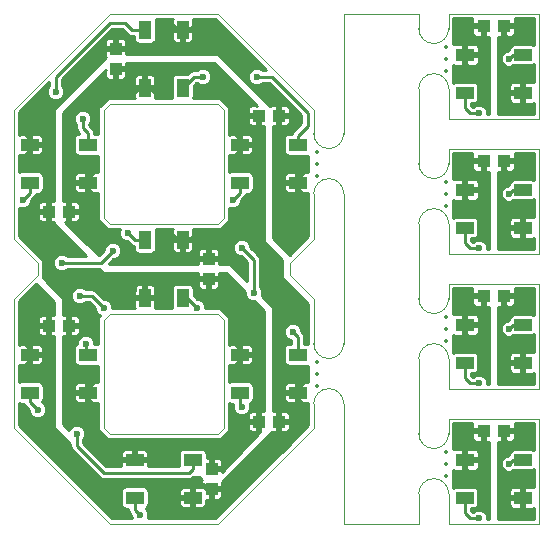
<source format=gtl>
G04 #@! TF.FileFunction,Copper,L1,Top,Signal*
%FSLAX46Y46*%
G04 Gerber Fmt 4.6, Leading zero omitted, Abs format (unit mm)*
G04 Created by KiCad (PCBNEW (2015-08-16 BZR 6095)-product) date Tue Sep  1 07:22:12 2015*
%MOMM*%
G01*
G04 APERTURE LIST*
%ADD10C,0.350000*%
%ADD11C,0.100000*%
%ADD12R,1.100000X1.000000*%
%ADD13R,1.000000X1.100000*%
%ADD14R,1.500000X1.000000*%
%ADD15R,1.000000X1.500000*%
%ADD16C,0.600000*%
%ADD17C,0.406400*%
%ADD18C,0.254000*%
%ADD19C,0.250000*%
%ADD20C,0.350000*%
G04 APERTURE END LIST*
D10*
D11*
X154686000Y-129032000D02*
G75*
G03X153416000Y-130302000I0J-1270000D01*
G01*
X155956000Y-130302000D02*
G75*
G03X154686000Y-129032000I-1270000J0D01*
G01*
X153416000Y-125222000D02*
G75*
G03X154686000Y-126492000I1270000J0D01*
G01*
X154686000Y-126492000D02*
G75*
G03X155956000Y-125222000I0J1270000D01*
G01*
X154686000Y-117602000D02*
G75*
G03X153416000Y-118872000I0J-1270000D01*
G01*
X155956000Y-118872000D02*
G75*
G03X154686000Y-117602000I-1270000J0D01*
G01*
X153416000Y-113792000D02*
G75*
G03X154686000Y-115062000I1270000J0D01*
G01*
X154686000Y-115062000D02*
G75*
G03X155956000Y-113792000I0J1270000D01*
G01*
X154686000Y-106172000D02*
G75*
G03X153416000Y-107442000I0J-1270000D01*
G01*
X155956000Y-107442000D02*
G75*
G03X154686000Y-106172000I-1270000J0D01*
G01*
X153416000Y-102362000D02*
G75*
G03X154686000Y-103632000I1270000J0D01*
G01*
X154686000Y-103632000D02*
G75*
G03X155956000Y-102362000I0J1270000D01*
G01*
X154686000Y-94742000D02*
G75*
G03X153416000Y-96012000I0J-1270000D01*
G01*
X155956000Y-96012000D02*
G75*
G03X154686000Y-94742000I-1270000J0D01*
G01*
X153416000Y-90932000D02*
G75*
G03X154686000Y-92202000I1270000J0D01*
G01*
X154686000Y-92202000D02*
G75*
G03X155956000Y-90932000I0J1270000D01*
G01*
X153416000Y-89662000D02*
X147066000Y-89662000D01*
X153416000Y-90932000D02*
X153416000Y-89662000D01*
X153416000Y-102362000D02*
X153416000Y-96012000D01*
X153416000Y-113792000D02*
X153416000Y-107442000D01*
X153416000Y-132842000D02*
X147066000Y-132842000D01*
X153416000Y-130302000D02*
X153416000Y-132842000D01*
X153416000Y-125222000D02*
X153416000Y-118872000D01*
X155956000Y-130302000D02*
X155956000Y-132842000D01*
X155956000Y-123952000D02*
X155956000Y-125222000D01*
X155956000Y-118872000D02*
X155956000Y-121412000D01*
X155956000Y-112522000D02*
X155956000Y-113792000D01*
X155956000Y-107442000D02*
X155956000Y-109982000D01*
X155956000Y-101092000D02*
X155956000Y-102362000D01*
X155956000Y-96012000D02*
X155956000Y-98552000D01*
X155956000Y-89662000D02*
X155956000Y-90932000D01*
X147066000Y-122682000D02*
X147066000Y-132842000D01*
X144526000Y-122682000D02*
X144526000Y-124714000D01*
X144526000Y-97790000D02*
X144526000Y-99822000D01*
X144526000Y-99822000D02*
G75*
G03X145796000Y-101092000I1270000J0D01*
G01*
X145796000Y-101092000D02*
G75*
G03X147066000Y-99822000I0J1270000D01*
G01*
X145796000Y-103632000D02*
G75*
G03X144526000Y-104902000I0J-1270000D01*
G01*
X147066000Y-104902000D02*
G75*
G03X145796000Y-103632000I-1270000J0D01*
G01*
X145796000Y-121412000D02*
G75*
G03X144526000Y-122682000I0J-1270000D01*
G01*
X147066000Y-122682000D02*
G75*
G03X145796000Y-121412000I-1270000J0D01*
G01*
X144526000Y-117602000D02*
G75*
G03X145796000Y-118872000I1270000J0D01*
G01*
X145796000Y-118872000D02*
G75*
G03X147066000Y-117602000I0J1270000D01*
G01*
X147066000Y-89662000D02*
X147066000Y-99822000D01*
X144526000Y-104902000D02*
X144526000Y-108712000D01*
X144526000Y-113792000D02*
X144526000Y-117602000D01*
X147066000Y-117602000D02*
X147066000Y-104902000D01*
X155956000Y-112522000D02*
X163576000Y-112522000D01*
X163576000Y-121412000D02*
X155956000Y-121412000D01*
X163576000Y-121412000D02*
X163576000Y-112522000D01*
X163576000Y-132842000D02*
X163576000Y-123952000D01*
X163576000Y-132842000D02*
X155956000Y-132842000D01*
X155956000Y-123952000D02*
X163576000Y-123952000D01*
X155956000Y-101092000D02*
X163576000Y-101092000D01*
X163576000Y-109982000D02*
X155956000Y-109982000D01*
X163576000Y-109982000D02*
X163576000Y-101092000D01*
X127254000Y-89662000D02*
X136398000Y-89662000D01*
X136398000Y-132842000D02*
X127254000Y-132842000D01*
X119126000Y-97790000D02*
X119126000Y-108712000D01*
X126746000Y-106934000D02*
X126746000Y-97790000D01*
X136398000Y-107442000D02*
X127254000Y-107442000D01*
X136906000Y-97790000D02*
X136906000Y-106934000D01*
X127254000Y-97282000D02*
X136398000Y-97282000D01*
X126746000Y-124714000D02*
X126746000Y-115570000D01*
X127254000Y-125222000D02*
X126746000Y-124714000D01*
X136398000Y-125222000D02*
X127254000Y-125222000D01*
X136906000Y-124714000D02*
X136398000Y-125222000D01*
X136906000Y-115570000D02*
X136906000Y-124714000D01*
X127254000Y-115062000D02*
X136398000Y-115062000D01*
X126746000Y-115570000D02*
X127254000Y-115062000D01*
X119126000Y-124714000D02*
X119126000Y-113792000D01*
X136398000Y-115062000D02*
X136906000Y-115570000D01*
X136906000Y-106934000D02*
X136398000Y-107442000D01*
X136398000Y-97282000D02*
X136906000Y-97790000D01*
X126746000Y-97790000D02*
X127254000Y-97282000D01*
X127254000Y-107442000D02*
X126746000Y-106934000D01*
X144526000Y-124714000D02*
X136398000Y-132842000D01*
X142494000Y-111760000D02*
X144526000Y-113792000D01*
X142494000Y-110744000D02*
X142494000Y-111760000D01*
X144526000Y-108712000D02*
X142494000Y-110744000D01*
X136398000Y-89662000D02*
X144526000Y-97790000D01*
X119126000Y-97790000D02*
X127254000Y-89662000D01*
X121158000Y-110744000D02*
X119126000Y-108712000D01*
X121158000Y-111760000D02*
X121158000Y-110744000D01*
X119126000Y-113792000D02*
X121158000Y-111760000D01*
X127254000Y-132842000D02*
X119126000Y-124714000D01*
X163576000Y-98552000D02*
X163576000Y-89662000D01*
X163576000Y-98552000D02*
X155956000Y-98552000D01*
X155956000Y-89662000D02*
X163576000Y-89662000D01*
D12*
X160616000Y-113538000D03*
X158916000Y-113538000D03*
X160616000Y-124968000D03*
X158916000Y-124968000D03*
X160616000Y-102108000D03*
X158916000Y-102108000D03*
D13*
X135890000Y-129882000D03*
X135890000Y-128182000D03*
D12*
X122086000Y-116078000D03*
X123786000Y-116078000D03*
D13*
X135636000Y-110402000D03*
X135636000Y-112102000D03*
D12*
X123786000Y-106426000D03*
X122086000Y-106426000D03*
D13*
X127762000Y-94322000D03*
X127762000Y-92622000D03*
D12*
X139866000Y-98298000D03*
X141566000Y-98298000D03*
X141566000Y-124206000D03*
X139866000Y-124206000D03*
X160616000Y-90678000D03*
X158916000Y-90678000D03*
D14*
X157316000Y-96342000D03*
X162216000Y-96342000D03*
X162216000Y-93142000D03*
X157316000Y-93142000D03*
X143166000Y-118542000D03*
X138266000Y-118542000D03*
X138266000Y-121742000D03*
X143166000Y-121742000D03*
X138266000Y-103962000D03*
X143166000Y-103962000D03*
X143166000Y-100762000D03*
X138266000Y-100762000D03*
D15*
X133426000Y-95922000D03*
X133426000Y-91022000D03*
X130226000Y-91022000D03*
X130226000Y-95922000D03*
D14*
X125386000Y-100762000D03*
X120486000Y-100762000D03*
X120486000Y-103962000D03*
X125386000Y-103962000D03*
D15*
X130226000Y-108802000D03*
X130226000Y-113702000D03*
X133426000Y-113702000D03*
X133426000Y-108802000D03*
D14*
X120486000Y-121742000D03*
X125386000Y-121742000D03*
X125386000Y-118542000D03*
X120486000Y-118542000D03*
X134276000Y-127432000D03*
X129376000Y-127432000D03*
X129376000Y-130632000D03*
X134276000Y-130632000D03*
X157316000Y-107772000D03*
X162216000Y-107772000D03*
X162216000Y-104572000D03*
X157316000Y-104572000D03*
X157316000Y-130632000D03*
X162216000Y-130632000D03*
X162216000Y-127432000D03*
X157316000Y-127432000D03*
X157316000Y-119202000D03*
X162216000Y-119202000D03*
X162216000Y-116002000D03*
X157316000Y-116002000D03*
D16*
X157226000Y-118110000D03*
X157988000Y-118110000D03*
X157226000Y-117348000D03*
X157988000Y-117348000D03*
X158750000Y-118110000D03*
X158750000Y-117348000D03*
X158750000Y-128778000D03*
X158750000Y-129540000D03*
X157988000Y-128778000D03*
X157226000Y-128778000D03*
X157988000Y-129540000D03*
X157226000Y-129540000D03*
X157226000Y-106680000D03*
X157988000Y-106680000D03*
X157226000Y-105918000D03*
X157988000Y-105918000D03*
X158750000Y-106680000D03*
X158750000Y-105918000D03*
X158750000Y-94488000D03*
X158750000Y-95250000D03*
X157988000Y-94488000D03*
X157226000Y-94488000D03*
X157988000Y-95250000D03*
X157226000Y-95250000D03*
X136144000Y-108966000D03*
X136144000Y-108204000D03*
X132334000Y-108966000D03*
X131572000Y-108966000D03*
X131572000Y-108204000D03*
X132334000Y-108204000D03*
X134620000Y-108966000D03*
X135382000Y-108966000D03*
X135382000Y-108204000D03*
X134620000Y-108204000D03*
X125222000Y-106680000D03*
X143002000Y-124460000D03*
X120650000Y-115824000D03*
X138430000Y-98044000D03*
X127508000Y-95758000D03*
X119888000Y-115824000D03*
X121412000Y-119634000D03*
X121412000Y-120396000D03*
X143764000Y-124460000D03*
X142240000Y-120650000D03*
X142240000Y-119888000D03*
X139192000Y-102616000D03*
X139192000Y-101854000D03*
X137668000Y-98044000D03*
X131318000Y-94996000D03*
X132080000Y-94996000D03*
X127508000Y-96520000D03*
X125984000Y-106680000D03*
X124460000Y-102870000D03*
X124460000Y-102108000D03*
X143002000Y-122936000D03*
X143002000Y-123698000D03*
X143764000Y-123698000D03*
X143764000Y-122936000D03*
X143002000Y-120650000D03*
X143002000Y-119888000D03*
X143764000Y-119888000D03*
X143764000Y-120650000D03*
X129032000Y-95758000D03*
X128270000Y-95758000D03*
X128270000Y-96520000D03*
X129032000Y-96520000D03*
X131318000Y-95758000D03*
X132080000Y-95758000D03*
X132080000Y-96520000D03*
X131318000Y-96520000D03*
X125222000Y-102870000D03*
X125222000Y-102108000D03*
X125984000Y-102108000D03*
X125984000Y-102870000D03*
X125222000Y-105156000D03*
X125222000Y-105918000D03*
X125984000Y-105918000D03*
X125984000Y-105156000D03*
X138430000Y-99568000D03*
X138430000Y-98806000D03*
X137668000Y-98806000D03*
X137668000Y-99568000D03*
X138430000Y-101854000D03*
X138430000Y-102616000D03*
X137668000Y-102616000D03*
X137668000Y-101854000D03*
X120650000Y-119634000D03*
X120650000Y-120396000D03*
X119888000Y-120396000D03*
X119888000Y-119634000D03*
X120650000Y-117348000D03*
X120650000Y-116586000D03*
X119888000Y-116586000D03*
X119888000Y-117348000D03*
X131572000Y-109728000D03*
X132334000Y-109728000D03*
X125730000Y-130302000D03*
X125730000Y-129286000D03*
X125222000Y-128778000D03*
X124714000Y-128270000D03*
X124206000Y-127762000D03*
X123698000Y-127254000D03*
X125222000Y-129794000D03*
X124714000Y-129286000D03*
X124206000Y-128778000D03*
X123698000Y-128270000D03*
X137160000Y-131064000D03*
X137668000Y-130556000D03*
X138176000Y-130048000D03*
X138684000Y-129540000D03*
X139192000Y-129032000D03*
X139192000Y-128016000D03*
X138684000Y-128524000D03*
X138176000Y-129032000D03*
X137668000Y-129540000D03*
X137160000Y-130048000D03*
X162306000Y-118110000D03*
X162306000Y-117348000D03*
X161544000Y-117348000D03*
X160782000Y-117348000D03*
X160782000Y-118110000D03*
X161544000Y-118110000D03*
X161544000Y-129540000D03*
X160782000Y-129540000D03*
X160782000Y-128778000D03*
X161544000Y-128778000D03*
X162306000Y-128778000D03*
X162306000Y-129540000D03*
X162306000Y-106680000D03*
X162306000Y-105918000D03*
X161544000Y-105918000D03*
X160782000Y-105918000D03*
X160782000Y-106680000D03*
X161544000Y-106680000D03*
X161544000Y-95250000D03*
X160782000Y-95250000D03*
X160782000Y-94488000D03*
X161544000Y-94488000D03*
X162306000Y-94488000D03*
X162306000Y-95250000D03*
X124460000Y-123698000D03*
X124460000Y-122936000D03*
X124460000Y-120650000D03*
X124460000Y-119888000D03*
X139192000Y-120396000D03*
X139192000Y-119634000D03*
X139192000Y-117348000D03*
X139192000Y-116586000D03*
X142240000Y-105918000D03*
X142240000Y-105156000D03*
X142240000Y-102870000D03*
X142240000Y-102108000D03*
X135382000Y-91948000D03*
X134620000Y-91948000D03*
X132334000Y-91948000D03*
X131572000Y-91948000D03*
X121412000Y-98806000D03*
X121412000Y-99568000D03*
X121412000Y-102616000D03*
X121412000Y-101854000D03*
X125984000Y-119888000D03*
X125222000Y-119888000D03*
X125222000Y-120650000D03*
X125984000Y-120650000D03*
X125222000Y-122936000D03*
X125222000Y-123698000D03*
X125984000Y-123698000D03*
X125984000Y-122936000D03*
X120650000Y-101854000D03*
X120650000Y-102616000D03*
X119888000Y-102616000D03*
X119888000Y-101854000D03*
X120650000Y-99568000D03*
X120650000Y-98806000D03*
X119888000Y-98806000D03*
X119888000Y-99568000D03*
X138430000Y-119634000D03*
X138430000Y-120396000D03*
X137668000Y-120396000D03*
X137668000Y-119634000D03*
X138430000Y-117348000D03*
X138430000Y-116586000D03*
X137668000Y-116586000D03*
X137668000Y-117348000D03*
X143002000Y-102870000D03*
X143002000Y-102108000D03*
X143764000Y-102108000D03*
X143764000Y-102870000D03*
X143002000Y-105156000D03*
X143002000Y-105918000D03*
X143764000Y-105918000D03*
X143764000Y-105156000D03*
X132334000Y-91186000D03*
X131572000Y-91186000D03*
X131572000Y-90424000D03*
X132334000Y-90424000D03*
X134620000Y-91186000D03*
X135382000Y-91186000D03*
X135382000Y-90424000D03*
X134620000Y-90424000D03*
X132080000Y-113030000D03*
X131318000Y-113030000D03*
X131318000Y-112268000D03*
X132080000Y-112268000D03*
X128524000Y-112268000D03*
X129286000Y-112268000D03*
X129286000Y-113030000D03*
X128524000Y-113029992D03*
X128524000Y-113792000D03*
X129286000Y-113792000D03*
X131318000Y-113792000D03*
X132080000Y-113792000D03*
X128016000Y-127508000D03*
X128016000Y-126746000D03*
X127254000Y-126746000D03*
X127254000Y-127508000D03*
X127254000Y-125984000D03*
X128016000Y-125984000D03*
X131318000Y-127508000D03*
X132080000Y-127508000D03*
X132080000Y-126746000D03*
X132080000Y-125984000D03*
X131318000Y-125984000D03*
X131318000Y-126746000D03*
X124460000Y-125222000D03*
X125222000Y-117602000D03*
X121158000Y-123190000D03*
X126746000Y-114554000D03*
X124713986Y-113538000D03*
X134620072Y-114554000D03*
X119888000Y-105410000D03*
X128778000Y-108204000D03*
X127508000Y-109728000D03*
X123189986Y-110744000D03*
X122682000Y-96266000D03*
X124968000Y-98552000D03*
X139700000Y-94996000D03*
X135128000Y-94996000D03*
X139446000Y-113283984D03*
X137668000Y-105410000D03*
X138430004Y-122936000D03*
X138430000Y-109474000D03*
X129794000Y-132080000D03*
X142748000Y-116586000D03*
X161036000Y-116332000D03*
X161036000Y-127762000D03*
X161036000Y-104902000D03*
X161036000Y-93472000D03*
X158496000Y-120904000D03*
X158496000Y-132334000D03*
X158496000Y-109474000D03*
X158496000Y-98044000D03*
D17*
X157226000Y-118110000D02*
X157988000Y-118110000D01*
X157226000Y-117348000D02*
X157988000Y-117348000D01*
X158750000Y-118110000D02*
X158750000Y-117348000D01*
X158750000Y-129540000D02*
X158750000Y-128778000D01*
X157226000Y-128778000D02*
X157988000Y-128778000D01*
X157226000Y-129540000D02*
X157988000Y-129540000D01*
X157226000Y-106680000D02*
X157988000Y-106680000D01*
X157226000Y-105918000D02*
X157988000Y-105918000D01*
X158750000Y-106680000D02*
X158750000Y-105918000D01*
X158750000Y-95250000D02*
X158750000Y-94488000D01*
X157226000Y-94488000D02*
X157988000Y-94488000D01*
X157226000Y-95250000D02*
X157988000Y-95250000D01*
X135636000Y-110402000D02*
X135636000Y-109220000D01*
X135636000Y-109220000D02*
X135382000Y-108966000D01*
X136144000Y-108204000D02*
X136144000Y-108966000D01*
X131572000Y-108204000D02*
X131572000Y-108966000D01*
X133426000Y-108802000D02*
X132932000Y-108802000D01*
X132932000Y-108802000D02*
X132334000Y-108204000D01*
X135382000Y-108204000D02*
X135382000Y-108966000D01*
X133426000Y-108802000D02*
X134022000Y-108802000D01*
X134022000Y-108802000D02*
X134620000Y-108204000D01*
X141566000Y-124206000D02*
X142748000Y-124206000D01*
X142748000Y-124206000D02*
X143002000Y-124460000D01*
X139866000Y-98298000D02*
X138684000Y-98298000D01*
X138684000Y-98298000D02*
X138430000Y-98044000D01*
X120650000Y-116586000D02*
X120650000Y-115824000D01*
X138430000Y-98806000D02*
X138430000Y-98044000D01*
X119888000Y-116586000D02*
X119888000Y-115824000D01*
X120650000Y-120396000D02*
X121412000Y-120396000D01*
X143764000Y-123698000D02*
X143764000Y-124460000D01*
X143002000Y-120650000D02*
X142240000Y-120650000D01*
X138430000Y-101854000D02*
X139192000Y-101854000D01*
X137668000Y-98806000D02*
X137668000Y-98044000D01*
X132080000Y-95758000D02*
X132080000Y-94996000D01*
X125222000Y-102108000D02*
X124460000Y-102108000D01*
X143764000Y-123698000D02*
X143002000Y-123698000D01*
X143166000Y-121742000D02*
X143166000Y-122338000D01*
X143166000Y-122338000D02*
X143764000Y-122936000D01*
X143764000Y-119888000D02*
X143002000Y-119888000D01*
X143166000Y-121742000D02*
X143166000Y-121248000D01*
X143166000Y-121248000D02*
X143764000Y-120650000D01*
X128270000Y-96520000D02*
X128270000Y-95758000D01*
X130226000Y-95922000D02*
X129630000Y-95922000D01*
X129630000Y-95922000D02*
X129032000Y-96520000D01*
X132080000Y-96520000D02*
X132080000Y-95758000D01*
X130226000Y-95922000D02*
X130720000Y-95922000D01*
X130720000Y-95922000D02*
X131318000Y-96520000D01*
X125984000Y-102108000D02*
X125222000Y-102108000D01*
X125386000Y-103962000D02*
X125386000Y-103468000D01*
X125386000Y-103468000D02*
X125984000Y-102870000D01*
X125984000Y-105918000D02*
X125222000Y-105918000D01*
X125386000Y-103962000D02*
X125386000Y-104558000D01*
X125386000Y-104558000D02*
X125984000Y-105156000D01*
X137668000Y-98806000D02*
X138430000Y-98806000D01*
X138266000Y-100762000D02*
X138266000Y-100166000D01*
X138266000Y-100166000D02*
X137668000Y-99568000D01*
X137668000Y-102616000D02*
X138430000Y-102616000D01*
X138266000Y-100762000D02*
X138266000Y-101256000D01*
X138266000Y-101256000D02*
X137668000Y-101854000D01*
X119888000Y-120396000D02*
X120650000Y-120396000D01*
X120486000Y-118542000D02*
X120486000Y-119036000D01*
X120486000Y-119036000D02*
X119888000Y-119634000D01*
X119888000Y-116586000D02*
X120650000Y-116586000D01*
X120486000Y-118542000D02*
X120486000Y-117946000D01*
X120486000Y-117946000D02*
X119888000Y-117348000D01*
X131572000Y-110236000D02*
X131572000Y-108966000D01*
X135890000Y-129882000D02*
X135470000Y-129882000D01*
X135470000Y-129882000D02*
X135128000Y-129540000D01*
X134461600Y-129540000D02*
X135128000Y-129540000D01*
X134276000Y-129725600D02*
X134461600Y-129540000D01*
X134276000Y-130632000D02*
X134276000Y-129725600D01*
X125730000Y-129286000D02*
X125222000Y-128778000D01*
X124714000Y-128270000D02*
X124206000Y-127762000D01*
X125730000Y-130302000D02*
X125222000Y-129794000D01*
X124714000Y-129286000D02*
X124206000Y-128778000D01*
X122174000Y-126746000D02*
X123698000Y-128270000D01*
X122174000Y-121158000D02*
X122174000Y-126746000D01*
X121412000Y-120396000D02*
X122174000Y-121158000D01*
X134276000Y-131538400D02*
X134563600Y-131826000D01*
X134276000Y-130632000D02*
X134276000Y-131538400D01*
X136398000Y-131826000D02*
X137160000Y-131064000D01*
X134563600Y-131826000D02*
X136398000Y-131826000D01*
X137668000Y-130556000D02*
X138176000Y-130048000D01*
X138684000Y-129540000D02*
X139192000Y-129032000D01*
X139192000Y-128016000D02*
X138684000Y-128524000D01*
X138176000Y-129032000D02*
X137668000Y-129540000D01*
X134276000Y-129725600D02*
X133836400Y-129286000D01*
X133836400Y-129286000D02*
X125730000Y-129286000D01*
X162306000Y-118110000D02*
X162306000Y-117348000D01*
X161544000Y-117348000D02*
X160782000Y-117348000D01*
X160782000Y-118110000D02*
X161544000Y-118110000D01*
X160782000Y-129540000D02*
X161544000Y-129540000D01*
X161544000Y-128778000D02*
X160782000Y-128778000D01*
X162306000Y-129540000D02*
X162306000Y-128778000D01*
X162306000Y-106680000D02*
X162306000Y-105918000D01*
X161544000Y-105918000D02*
X160782000Y-105918000D01*
X160782000Y-106680000D02*
X161544000Y-106680000D01*
X160782000Y-95250000D02*
X161544000Y-95250000D01*
X161544000Y-94488000D02*
X160782000Y-94488000D01*
X162306000Y-95250000D02*
X162306000Y-94488000D01*
X125222000Y-122936000D02*
X124460000Y-122936000D01*
X125222000Y-119888000D02*
X124460000Y-119888000D01*
X138430000Y-120396000D02*
X139192000Y-120396000D01*
X139192000Y-116586000D02*
X139192000Y-117348000D01*
X143002000Y-105156000D02*
X142240000Y-105156000D01*
X143002000Y-102108000D02*
X142240000Y-102108000D01*
X134620000Y-91186000D02*
X134620000Y-91948000D01*
X131572000Y-91186000D02*
X131572000Y-91948000D01*
X120650000Y-99568000D02*
X121412000Y-99568000D01*
X120650000Y-101854000D02*
X121412000Y-101854000D01*
X125222000Y-120650000D02*
X125222000Y-119888000D01*
X125386000Y-121742000D02*
X125386000Y-121248000D01*
X125386000Y-121248000D02*
X125984000Y-120650000D01*
X125984000Y-123698000D02*
X125222000Y-123698000D01*
X125386000Y-121742000D02*
X125386000Y-122338000D01*
X125386000Y-122338000D02*
X125984000Y-122936000D01*
X119888000Y-102616000D02*
X120650000Y-102616000D01*
X120486000Y-100762000D02*
X120486000Y-101256000D01*
X120486000Y-101256000D02*
X119888000Y-101854000D01*
X119888000Y-98806000D02*
X120650000Y-98806000D01*
X120486000Y-100762000D02*
X120486000Y-100166000D01*
X120486000Y-100166000D02*
X119888000Y-99568000D01*
X137668000Y-120396000D02*
X138430000Y-120396000D01*
X138266000Y-118542000D02*
X138266000Y-119036000D01*
X138266000Y-119036000D02*
X137668000Y-119634000D01*
X137668000Y-116586000D02*
X138430000Y-116586000D01*
X138266000Y-118542000D02*
X138266000Y-117946000D01*
X138266000Y-117946000D02*
X137668000Y-117348000D01*
X143764000Y-102108000D02*
X143002000Y-102108000D01*
X143166000Y-103962000D02*
X143166000Y-103468000D01*
X143166000Y-103468000D02*
X143764000Y-102870000D01*
X143764000Y-105918000D02*
X143002000Y-105918000D01*
X143166000Y-103962000D02*
X143166000Y-104558000D01*
X143166000Y-104558000D02*
X143764000Y-105156000D01*
X131572000Y-90424000D02*
X131572000Y-91186000D01*
X133426000Y-91022000D02*
X132932000Y-91022000D01*
X132932000Y-91022000D02*
X132334000Y-90424000D01*
X135382000Y-90424000D02*
X135382000Y-91186000D01*
X133426000Y-91022000D02*
X134022000Y-91022000D01*
X134022000Y-91022000D02*
X134620000Y-90424000D01*
X131318000Y-113030000D02*
X131318000Y-112268000D01*
X128524000Y-112268000D02*
X129286000Y-112268000D01*
X128524000Y-113029992D02*
X128524000Y-113792000D01*
X130226000Y-113702000D02*
X129319600Y-113702000D01*
X129319600Y-113702000D02*
X129286000Y-113735600D01*
X129286000Y-113735600D02*
X129286000Y-113792000D01*
X130226000Y-113702000D02*
X131228000Y-113702000D01*
X131228000Y-113702000D02*
X131318000Y-113792000D01*
X132080000Y-113030000D02*
X132080000Y-113792000D01*
X128092000Y-127432000D02*
X128016000Y-127508000D01*
X129376000Y-127432000D02*
X128092000Y-127432000D01*
X128016000Y-126746000D02*
X127254000Y-126746000D01*
X127254000Y-126746000D02*
X127254000Y-125984000D01*
X131242000Y-127432000D02*
X131318000Y-127508000D01*
X129376000Y-127432000D02*
X131242000Y-127432000D01*
X132080000Y-127508000D02*
X132080000Y-126746000D01*
X132080000Y-125984000D02*
X131318000Y-125984000D01*
D18*
X126746000Y-128524000D02*
X124460000Y-126238000D01*
X133938000Y-128524000D02*
X126746000Y-128524000D01*
X134276000Y-128186000D02*
X133938000Y-128524000D01*
X124460000Y-126238000D02*
X124460000Y-125222000D01*
X134276000Y-127432000D02*
X134276000Y-128186000D01*
X125222000Y-118378000D02*
X125386000Y-118542000D01*
X125222000Y-117602000D02*
X125222000Y-118378000D01*
X120486000Y-121742000D02*
X120486000Y-122518000D01*
X120486000Y-122518000D02*
X121158000Y-123190000D01*
X125730000Y-113538000D02*
X124713986Y-113538000D01*
X126746000Y-114554000D02*
X125730000Y-113538000D01*
X133768072Y-113702000D02*
X134620072Y-114554000D01*
X133426000Y-113702000D02*
X133768072Y-113702000D01*
X120486000Y-103962000D02*
X120486000Y-104812000D01*
X120486000Y-104812000D02*
X119888000Y-105410000D01*
X130226000Y-108802000D02*
X129376000Y-108802000D01*
X129376000Y-108802000D02*
X128778000Y-108204000D01*
X127508000Y-109728000D02*
X126492000Y-110744000D01*
X126492000Y-110744000D02*
X123614250Y-110744000D01*
X123614250Y-110744000D02*
X123189986Y-110744000D01*
X130226000Y-91022000D02*
X129472000Y-91022000D01*
X129472000Y-91022000D02*
X129122000Y-91022000D01*
X129122000Y-91022000D02*
X128524000Y-90424000D01*
X128524000Y-90424000D02*
X127254000Y-90424000D01*
X122682000Y-94996000D02*
X122682000Y-96266000D01*
X127254000Y-90424000D02*
X122682000Y-94996000D01*
X124968000Y-98552000D02*
X124968000Y-99314000D01*
X125386000Y-99732000D02*
X125386000Y-100762000D01*
X124968000Y-99314000D02*
X125386000Y-99732000D01*
X143166000Y-100008000D02*
X144018000Y-99156000D01*
X143166000Y-100762000D02*
X143166000Y-100008000D01*
X144018000Y-99156000D02*
X144018000Y-98044000D01*
X140970000Y-94996000D02*
X139700000Y-94996000D01*
X144018000Y-98044000D02*
X140970000Y-94996000D01*
X134352000Y-94996000D02*
X133426000Y-95922000D01*
X135128000Y-94996000D02*
X134352000Y-94996000D01*
X139446000Y-113284000D02*
X139446000Y-113283984D01*
X138266000Y-103962000D02*
X138266000Y-104812000D01*
X138266000Y-104812000D02*
X137668000Y-105410000D01*
X138266000Y-122771996D02*
X138430004Y-122936000D01*
X138266000Y-121742000D02*
X138266000Y-122771996D01*
X139446000Y-112859720D02*
X139446000Y-113283984D01*
X139446000Y-110490000D02*
X139446000Y-112859720D01*
X138938000Y-109982000D02*
X139446000Y-110490000D01*
X138938000Y-109982000D02*
X138430000Y-109474000D01*
X129376000Y-131662000D02*
X129794000Y-132080000D01*
X129376000Y-130632000D02*
X129376000Y-131662000D01*
X143166000Y-117004000D02*
X142748000Y-116586000D01*
X143166000Y-118542000D02*
X143166000Y-117004000D01*
D19*
X161366000Y-116002000D02*
X161036000Y-116332000D01*
X162216000Y-116002000D02*
X161366000Y-116002000D01*
X162216000Y-127432000D02*
X161366000Y-127432000D01*
X161366000Y-127432000D02*
X161036000Y-127762000D01*
X161366000Y-104572000D02*
X161036000Y-104902000D01*
X162216000Y-104572000D02*
X161366000Y-104572000D01*
X162216000Y-93142000D02*
X161366000Y-93142000D01*
X161366000Y-93142000D02*
X161036000Y-93472000D01*
X158496000Y-120904000D02*
X157734000Y-120904000D01*
X157316000Y-120486000D02*
X157316000Y-119202000D01*
X157734000Y-120904000D02*
X157316000Y-120486000D01*
X157734000Y-132334000D02*
X157316000Y-131916000D01*
X157316000Y-131916000D02*
X157316000Y-130632000D01*
X158496000Y-132334000D02*
X157734000Y-132334000D01*
X158496000Y-109474000D02*
X157734000Y-109474000D01*
X157316000Y-109056000D02*
X157316000Y-107772000D01*
X157734000Y-109474000D02*
X157316000Y-109056000D01*
X157734000Y-98044000D02*
X157316000Y-97626000D01*
X157316000Y-97626000D02*
X157316000Y-96342000D01*
X158496000Y-98044000D02*
X157734000Y-98044000D01*
D18*
G36*
X144044200Y-108512432D02*
X143039000Y-109517631D01*
X143039000Y-104747750D01*
X143039000Y-104089000D01*
X143039000Y-103835000D01*
X143039000Y-103176250D01*
X142943750Y-103081000D01*
X142340214Y-103081000D01*
X142200180Y-103139004D01*
X142093004Y-103246181D01*
X142035000Y-103386215D01*
X142035000Y-103537786D01*
X142035000Y-103739750D01*
X142130250Y-103835000D01*
X143039000Y-103835000D01*
X143039000Y-104089000D01*
X142130250Y-104089000D01*
X142035000Y-104184250D01*
X142035000Y-104386214D01*
X142035000Y-104537785D01*
X142093004Y-104677819D01*
X142200180Y-104784996D01*
X142340214Y-104843000D01*
X142943750Y-104843000D01*
X143039000Y-104747750D01*
X143039000Y-109517631D01*
X142497118Y-110059513D01*
X141097000Y-108659395D01*
X141097000Y-99179000D01*
X141343750Y-99179000D01*
X141439000Y-99083750D01*
X141439000Y-98425000D01*
X141419000Y-98425000D01*
X141419000Y-98171000D01*
X141439000Y-98171000D01*
X141439000Y-97512250D01*
X141343750Y-97417000D01*
X140940214Y-97417000D01*
X140824524Y-97464919D01*
X136450605Y-93091000D01*
X134307000Y-93091000D01*
X134307000Y-91847786D01*
X134307000Y-91244250D01*
X134211750Y-91149000D01*
X133553000Y-91149000D01*
X133553000Y-92057750D01*
X133648250Y-92153000D01*
X133850214Y-92153000D01*
X134001785Y-92153000D01*
X134141819Y-92094996D01*
X134248996Y-91987820D01*
X134307000Y-91847786D01*
X134307000Y-93091000D01*
X133299000Y-93091000D01*
X133299000Y-92057750D01*
X133299000Y-91149000D01*
X132640250Y-91149000D01*
X132545000Y-91244250D01*
X132545000Y-91847786D01*
X132603004Y-91987820D01*
X132710181Y-92094996D01*
X132850215Y-92153000D01*
X133001786Y-92153000D01*
X133203750Y-92153000D01*
X133299000Y-92057750D01*
X133299000Y-93091000D01*
X128643000Y-93091000D01*
X128643000Y-92844250D01*
X128643000Y-92399750D01*
X128643000Y-91996214D01*
X128584996Y-91856180D01*
X128477819Y-91749004D01*
X128337785Y-91691000D01*
X128186214Y-91691000D01*
X127984250Y-91691000D01*
X127889000Y-91786250D01*
X127889000Y-92495000D01*
X128547750Y-92495000D01*
X128643000Y-92399750D01*
X128643000Y-92844250D01*
X128547750Y-92749000D01*
X127889000Y-92749000D01*
X127889000Y-92769000D01*
X127635000Y-92769000D01*
X127635000Y-92749000D01*
X127635000Y-92495000D01*
X127635000Y-91786250D01*
X127539750Y-91691000D01*
X127337786Y-91691000D01*
X127186215Y-91691000D01*
X127046181Y-91749004D01*
X126939004Y-91856180D01*
X126881000Y-91996214D01*
X126881000Y-92399750D01*
X126976250Y-92495000D01*
X127635000Y-92495000D01*
X127635000Y-92749000D01*
X126976250Y-92749000D01*
X126881000Y-92844250D01*
X126881000Y-93247786D01*
X126928919Y-93363475D01*
X122555000Y-97737395D01*
X122555000Y-105545000D01*
X122308250Y-105545000D01*
X122213000Y-105640250D01*
X122213000Y-106299000D01*
X122233000Y-106299000D01*
X122233000Y-106553000D01*
X122213000Y-106553000D01*
X122213000Y-107211750D01*
X122308250Y-107307000D01*
X122555000Y-107307000D01*
X122555000Y-107494605D01*
X125245594Y-110185200D01*
X123666180Y-110185200D01*
X123605059Y-110123972D01*
X123336189Y-110012327D01*
X123045061Y-110012073D01*
X122775996Y-110123248D01*
X122569958Y-110328927D01*
X122458313Y-110597797D01*
X122458059Y-110888925D01*
X122569234Y-111157990D01*
X122774913Y-111364028D01*
X123043783Y-111475673D01*
X123334911Y-111475927D01*
X123603976Y-111364752D01*
X123666036Y-111302800D01*
X126363194Y-111302800D01*
X126693395Y-111633000D01*
X134755000Y-111633000D01*
X134755000Y-111879750D01*
X134850250Y-111975000D01*
X135509000Y-111975000D01*
X135509000Y-111955000D01*
X135763000Y-111955000D01*
X135763000Y-111975000D01*
X136421750Y-111975000D01*
X136517000Y-111879750D01*
X136517000Y-111633000D01*
X137107395Y-111633000D01*
X138714237Y-113239842D01*
X138714073Y-113428909D01*
X138825248Y-113697974D01*
X139030927Y-113904012D01*
X139299797Y-114015657D01*
X139490218Y-114015823D01*
X140335000Y-114860605D01*
X140335000Y-123325000D01*
X140088250Y-123325000D01*
X139993000Y-123420250D01*
X139993000Y-124079000D01*
X140013000Y-124079000D01*
X140013000Y-124333000D01*
X139993000Y-124333000D01*
X139993000Y-124991750D01*
X140010820Y-125009570D01*
X139739000Y-125299511D01*
X139739000Y-124991750D01*
X139739000Y-124333000D01*
X139739000Y-124079000D01*
X139739000Y-123420250D01*
X139643750Y-123325000D01*
X139456259Y-123325000D01*
X139456259Y-122242000D01*
X139456259Y-121242000D01*
X139424315Y-121077356D01*
X139397000Y-121035773D01*
X139397000Y-119117785D01*
X139397000Y-118966214D01*
X139397000Y-118764250D01*
X139397000Y-118319750D01*
X139397000Y-118117786D01*
X139397000Y-117966215D01*
X139338996Y-117826181D01*
X139231820Y-117719004D01*
X139091786Y-117661000D01*
X138488250Y-117661000D01*
X138393000Y-117756250D01*
X138393000Y-118415000D01*
X139301750Y-118415000D01*
X139397000Y-118319750D01*
X139397000Y-118764250D01*
X139301750Y-118669000D01*
X138393000Y-118669000D01*
X138393000Y-119327750D01*
X138488250Y-119423000D01*
X139091786Y-119423000D01*
X139231820Y-119364996D01*
X139338996Y-119257819D01*
X139397000Y-119117785D01*
X139397000Y-121035773D01*
X139329258Y-120932649D01*
X139185755Y-120835784D01*
X139016000Y-120801741D01*
X137516000Y-120801741D01*
X137387800Y-120826614D01*
X137387800Y-119401289D01*
X137440214Y-119423000D01*
X138043750Y-119423000D01*
X138139000Y-119327750D01*
X138139000Y-118669000D01*
X138119000Y-118669000D01*
X138119000Y-118415000D01*
X138139000Y-118415000D01*
X138139000Y-117756250D01*
X138043750Y-117661000D01*
X137440214Y-117661000D01*
X137387800Y-117682710D01*
X137387800Y-115570000D01*
X137351125Y-115385623D01*
X137246684Y-115229316D01*
X136738684Y-114721316D01*
X136582377Y-114616875D01*
X136517000Y-114603870D01*
X136517000Y-112727786D01*
X136517000Y-112324250D01*
X136421750Y-112229000D01*
X135763000Y-112229000D01*
X135763000Y-112937750D01*
X135858250Y-113033000D01*
X136060214Y-113033000D01*
X136211785Y-113033000D01*
X136351819Y-112974996D01*
X136458996Y-112867820D01*
X136517000Y-112727786D01*
X136517000Y-114603870D01*
X136398000Y-114580200D01*
X135509000Y-114580200D01*
X135509000Y-112937750D01*
X135509000Y-112229000D01*
X134850250Y-112229000D01*
X134755000Y-112324250D01*
X134755000Y-112727786D01*
X134813004Y-112867820D01*
X134920181Y-112974996D01*
X135060215Y-113033000D01*
X135211786Y-113033000D01*
X135413750Y-113033000D01*
X135509000Y-112937750D01*
X135509000Y-114580200D01*
X135351849Y-114580200D01*
X135351999Y-114409075D01*
X135240824Y-114140010D01*
X135035145Y-113933972D01*
X134766275Y-113822327D01*
X134678584Y-113822250D01*
X134366259Y-113509925D01*
X134366259Y-112952000D01*
X134334315Y-112787356D01*
X134239258Y-112642649D01*
X134095755Y-112545784D01*
X133926000Y-112511741D01*
X132926000Y-112511741D01*
X132761356Y-112543685D01*
X132616649Y-112638742D01*
X132519784Y-112782245D01*
X132485741Y-112952000D01*
X132485741Y-114452000D01*
X132510614Y-114580200D01*
X131085289Y-114580200D01*
X131107000Y-114527786D01*
X131107000Y-113924250D01*
X131107000Y-113479750D01*
X131107000Y-112876214D01*
X131048996Y-112736180D01*
X130941819Y-112629004D01*
X130801785Y-112571000D01*
X130650214Y-112571000D01*
X130448250Y-112571000D01*
X130353000Y-112666250D01*
X130353000Y-113575000D01*
X131011750Y-113575000D01*
X131107000Y-113479750D01*
X131107000Y-113924250D01*
X131011750Y-113829000D01*
X130353000Y-113829000D01*
X130353000Y-113849000D01*
X130099000Y-113849000D01*
X130099000Y-113829000D01*
X130099000Y-113575000D01*
X130099000Y-112666250D01*
X130003750Y-112571000D01*
X129801786Y-112571000D01*
X129650215Y-112571000D01*
X129510181Y-112629004D01*
X129403004Y-112736180D01*
X129345000Y-112876214D01*
X129345000Y-113479750D01*
X129440250Y-113575000D01*
X130099000Y-113575000D01*
X130099000Y-113829000D01*
X129440250Y-113829000D01*
X129345000Y-113924250D01*
X129345000Y-114527786D01*
X129366710Y-114580200D01*
X127477777Y-114580200D01*
X127477927Y-114409075D01*
X127366752Y-114140010D01*
X127161073Y-113933972D01*
X126892203Y-113822327D01*
X126804512Y-113822250D01*
X126125131Y-113142869D01*
X125943844Y-113021736D01*
X125730000Y-112979200D01*
X125190180Y-112979200D01*
X125129059Y-112917972D01*
X124860189Y-112806327D01*
X124569061Y-112806073D01*
X124299996Y-112917248D01*
X124093958Y-113122927D01*
X123982313Y-113391797D01*
X123982059Y-113682925D01*
X124093234Y-113951990D01*
X124298913Y-114158028D01*
X124567783Y-114269673D01*
X124858911Y-114269927D01*
X125127976Y-114158752D01*
X125190036Y-114096800D01*
X125498538Y-114096800D01*
X126014148Y-114612410D01*
X126014073Y-114698925D01*
X126125248Y-114967990D01*
X126330927Y-115174028D01*
X126422556Y-115212075D01*
X126405316Y-115229316D01*
X126300875Y-115385623D01*
X126264200Y-115570000D01*
X126264200Y-117627450D01*
X126136000Y-117601741D01*
X125953800Y-117601741D01*
X125953927Y-117457075D01*
X125842752Y-117188010D01*
X125637073Y-116981972D01*
X125368203Y-116870327D01*
X125077075Y-116870073D01*
X124808010Y-116981248D01*
X124717000Y-117072099D01*
X124717000Y-116653785D01*
X124717000Y-116502214D01*
X124717000Y-116300250D01*
X124717000Y-115855750D01*
X124717000Y-115653786D01*
X124717000Y-115502215D01*
X124658996Y-115362181D01*
X124551820Y-115255004D01*
X124411786Y-115197000D01*
X124008250Y-115197000D01*
X123913000Y-115292250D01*
X123913000Y-115951000D01*
X124621750Y-115951000D01*
X124717000Y-115855750D01*
X124717000Y-116300250D01*
X124621750Y-116205000D01*
X123913000Y-116205000D01*
X123913000Y-116863750D01*
X124008250Y-116959000D01*
X124411786Y-116959000D01*
X124551820Y-116900996D01*
X124658996Y-116793819D01*
X124717000Y-116653785D01*
X124717000Y-117072099D01*
X124601972Y-117186927D01*
X124490327Y-117455797D01*
X124490174Y-117630033D01*
X124471356Y-117633685D01*
X124326649Y-117728742D01*
X124229784Y-117872245D01*
X124195741Y-118042000D01*
X124195741Y-119042000D01*
X124227685Y-119206644D01*
X124322742Y-119351351D01*
X124466245Y-119448216D01*
X124636000Y-119482259D01*
X126136000Y-119482259D01*
X126264200Y-119457385D01*
X126264200Y-120882710D01*
X126211786Y-120861000D01*
X125608250Y-120861000D01*
X125513000Y-120956250D01*
X125513000Y-121615000D01*
X125533000Y-121615000D01*
X125533000Y-121869000D01*
X125513000Y-121869000D01*
X125513000Y-122527750D01*
X125608250Y-122623000D01*
X126211786Y-122623000D01*
X126264200Y-122601289D01*
X126264200Y-124714000D01*
X126300875Y-124898377D01*
X126405316Y-125054684D01*
X126913316Y-125562684D01*
X127069623Y-125667125D01*
X127254000Y-125703800D01*
X136398000Y-125703800D01*
X136582377Y-125667125D01*
X136738684Y-125562684D01*
X137246684Y-125054684D01*
X137351125Y-124898377D01*
X137387800Y-124714000D01*
X137387800Y-122656549D01*
X137516000Y-122682259D01*
X137707200Y-122682259D01*
X137707200Y-122768438D01*
X137698331Y-122789797D01*
X137698077Y-123080925D01*
X137809252Y-123349990D01*
X138014931Y-123556028D01*
X138283801Y-123667673D01*
X138574929Y-123667927D01*
X138843994Y-123556752D01*
X139050032Y-123351073D01*
X139161677Y-123082203D01*
X139161931Y-122791075D01*
X139109475Y-122664122D01*
X139180644Y-122650315D01*
X139325351Y-122555258D01*
X139422216Y-122411755D01*
X139456259Y-122242000D01*
X139456259Y-123325000D01*
X139240214Y-123325000D01*
X139100180Y-123383004D01*
X138993004Y-123490181D01*
X138935000Y-123630215D01*
X138935000Y-123781786D01*
X138935000Y-123983750D01*
X139030250Y-124079000D01*
X139739000Y-124079000D01*
X139739000Y-124333000D01*
X139030250Y-124333000D01*
X138935000Y-124428250D01*
X138935000Y-124630214D01*
X138935000Y-124781785D01*
X138993004Y-124921819D01*
X139100180Y-125028996D01*
X139240214Y-125087000D01*
X139643750Y-125087000D01*
X139739000Y-124991750D01*
X139739000Y-125299511D01*
X136771000Y-128465378D01*
X136771000Y-128404250D01*
X136771000Y-127959750D01*
X136771000Y-127556214D01*
X136712996Y-127416180D01*
X136605819Y-127309004D01*
X136465785Y-127251000D01*
X136314214Y-127251000D01*
X136112250Y-127251000D01*
X136017000Y-127346250D01*
X136017000Y-128055000D01*
X136675750Y-128055000D01*
X136771000Y-127959750D01*
X136771000Y-128404250D01*
X136675750Y-128309000D01*
X136017000Y-128309000D01*
X136017000Y-128329000D01*
X135763000Y-128329000D01*
X135763000Y-128309000D01*
X135743000Y-128309000D01*
X135743000Y-128055000D01*
X135763000Y-128055000D01*
X135763000Y-127346250D01*
X135667750Y-127251000D01*
X135466259Y-127251000D01*
X135466259Y-126932000D01*
X135434315Y-126767356D01*
X135339258Y-126622649D01*
X135195755Y-126525784D01*
X135026000Y-126491741D01*
X133526000Y-126491741D01*
X133361356Y-126523685D01*
X133216649Y-126618742D01*
X133119784Y-126762245D01*
X133085741Y-126932000D01*
X133085741Y-127932000D01*
X133092182Y-127965200D01*
X130507000Y-127965200D01*
X130507000Y-127856214D01*
X130507000Y-127654250D01*
X130507000Y-127209750D01*
X130507000Y-127007786D01*
X130507000Y-126856215D01*
X130448996Y-126716181D01*
X130341820Y-126609004D01*
X130201786Y-126551000D01*
X129598250Y-126551000D01*
X129503000Y-126646250D01*
X129503000Y-127305000D01*
X130411750Y-127305000D01*
X130507000Y-127209750D01*
X130507000Y-127654250D01*
X130411750Y-127559000D01*
X129503000Y-127559000D01*
X129503000Y-127579000D01*
X129249000Y-127579000D01*
X129249000Y-127559000D01*
X129249000Y-127305000D01*
X129249000Y-126646250D01*
X129153750Y-126551000D01*
X128550214Y-126551000D01*
X128410180Y-126609004D01*
X128303004Y-126716181D01*
X128245000Y-126856215D01*
X128245000Y-127007786D01*
X128245000Y-127209750D01*
X128340250Y-127305000D01*
X129249000Y-127305000D01*
X129249000Y-127559000D01*
X128340250Y-127559000D01*
X128245000Y-127654250D01*
X128245000Y-127856214D01*
X128245000Y-127965200D01*
X126977462Y-127965200D01*
X125259000Y-126246738D01*
X125259000Y-122527750D01*
X125259000Y-121869000D01*
X125259000Y-121615000D01*
X125259000Y-120956250D01*
X125163750Y-120861000D01*
X124560214Y-120861000D01*
X124420180Y-120919004D01*
X124313004Y-121026181D01*
X124255000Y-121166215D01*
X124255000Y-121317786D01*
X124255000Y-121519750D01*
X124350250Y-121615000D01*
X125259000Y-121615000D01*
X125259000Y-121869000D01*
X124350250Y-121869000D01*
X124255000Y-121964250D01*
X124255000Y-122166214D01*
X124255000Y-122317785D01*
X124313004Y-122457819D01*
X124420180Y-122564996D01*
X124560214Y-122623000D01*
X125163750Y-122623000D01*
X125259000Y-122527750D01*
X125259000Y-126246738D01*
X125018800Y-126006538D01*
X125018800Y-125698194D01*
X125080028Y-125637073D01*
X125191673Y-125368203D01*
X125191927Y-125077075D01*
X125080752Y-124808010D01*
X124875073Y-124601972D01*
X124606203Y-124490327D01*
X124315075Y-124490073D01*
X124046010Y-124601248D01*
X123839972Y-124806927D01*
X123803754Y-124894149D01*
X123317000Y-124407395D01*
X123317000Y-116959000D01*
X123563750Y-116959000D01*
X123659000Y-116863750D01*
X123659000Y-116205000D01*
X123639000Y-116205000D01*
X123639000Y-115951000D01*
X123659000Y-115951000D01*
X123659000Y-115292250D01*
X123563750Y-115197000D01*
X123317000Y-115197000D01*
X123317000Y-113739395D01*
X121959000Y-112381395D01*
X121959000Y-107211750D01*
X121959000Y-106553000D01*
X121959000Y-106299000D01*
X121959000Y-105640250D01*
X121863750Y-105545000D01*
X121460214Y-105545000D01*
X121320180Y-105603004D01*
X121213004Y-105710181D01*
X121155000Y-105850215D01*
X121155000Y-106001786D01*
X121155000Y-106203750D01*
X121250250Y-106299000D01*
X121959000Y-106299000D01*
X121959000Y-106553000D01*
X121250250Y-106553000D01*
X121155000Y-106648250D01*
X121155000Y-106850214D01*
X121155000Y-107001785D01*
X121213004Y-107141819D01*
X121320180Y-107248996D01*
X121460214Y-107307000D01*
X121863750Y-107307000D01*
X121959000Y-107211750D01*
X121959000Y-112381395D01*
X121570623Y-111993018D01*
X121603125Y-111944377D01*
X121639800Y-111760000D01*
X121639800Y-110744000D01*
X121603125Y-110559623D01*
X121498684Y-110403316D01*
X119607800Y-108512432D01*
X119607800Y-106086032D01*
X119741797Y-106141673D01*
X120032925Y-106141927D01*
X120301990Y-106030752D01*
X120508028Y-105825073D01*
X120619673Y-105556203D01*
X120619749Y-105468512D01*
X120881131Y-105207131D01*
X121002264Y-105025844D01*
X121002265Y-105025843D01*
X121026846Y-104902259D01*
X121236000Y-104902259D01*
X121400644Y-104870315D01*
X121545351Y-104775258D01*
X121642216Y-104631755D01*
X121676259Y-104462000D01*
X121676259Y-103462000D01*
X121644315Y-103297356D01*
X121617000Y-103255773D01*
X121617000Y-101337785D01*
X121617000Y-101186214D01*
X121617000Y-100984250D01*
X121617000Y-100539750D01*
X121617000Y-100337786D01*
X121617000Y-100186215D01*
X121558996Y-100046181D01*
X121451820Y-99939004D01*
X121311786Y-99881000D01*
X120708250Y-99881000D01*
X120613000Y-99976250D01*
X120613000Y-100635000D01*
X121521750Y-100635000D01*
X121617000Y-100539750D01*
X121617000Y-100984250D01*
X121521750Y-100889000D01*
X120613000Y-100889000D01*
X120613000Y-101547750D01*
X120708250Y-101643000D01*
X121311786Y-101643000D01*
X121451820Y-101584996D01*
X121558996Y-101477819D01*
X121617000Y-101337785D01*
X121617000Y-103255773D01*
X121549258Y-103152649D01*
X121405755Y-103055784D01*
X121236000Y-103021741D01*
X119736000Y-103021741D01*
X119607800Y-103046614D01*
X119607800Y-101621289D01*
X119660214Y-101643000D01*
X120263750Y-101643000D01*
X120359000Y-101547750D01*
X120359000Y-100889000D01*
X120339000Y-100889000D01*
X120339000Y-100635000D01*
X120359000Y-100635000D01*
X120359000Y-99976250D01*
X120263750Y-99881000D01*
X119660214Y-99881000D01*
X119607800Y-99902710D01*
X119607800Y-97989568D01*
X122123200Y-95474168D01*
X122123200Y-95789805D01*
X122061972Y-95850927D01*
X121950327Y-96119797D01*
X121950073Y-96410925D01*
X122061248Y-96679990D01*
X122266927Y-96886028D01*
X122535797Y-96997673D01*
X122826925Y-96997927D01*
X123095990Y-96886752D01*
X123302028Y-96681073D01*
X123413673Y-96412203D01*
X123413927Y-96121075D01*
X123302752Y-95852010D01*
X123240800Y-95789949D01*
X123240800Y-95227462D01*
X127485462Y-90982800D01*
X128292538Y-90982800D01*
X128726869Y-91417131D01*
X128908156Y-91538264D01*
X128908157Y-91538265D01*
X129122000Y-91580800D01*
X129285741Y-91580800D01*
X129285741Y-91772000D01*
X129317685Y-91936644D01*
X129412742Y-92081351D01*
X129556245Y-92178216D01*
X129726000Y-92212259D01*
X130726000Y-92212259D01*
X130890644Y-92180315D01*
X131035351Y-92085258D01*
X131132216Y-91941755D01*
X131166259Y-91772000D01*
X131166259Y-90272000D01*
X131141385Y-90143800D01*
X132566710Y-90143800D01*
X132545000Y-90196214D01*
X132545000Y-90799750D01*
X132640250Y-90895000D01*
X133299000Y-90895000D01*
X133299000Y-90875000D01*
X133553000Y-90875000D01*
X133553000Y-90895000D01*
X134211750Y-90895000D01*
X134307000Y-90799750D01*
X134307000Y-90196214D01*
X134285289Y-90143800D01*
X136198432Y-90143800D01*
X140491832Y-94437200D01*
X140176194Y-94437200D01*
X140115073Y-94375972D01*
X139846203Y-94264327D01*
X139555075Y-94264073D01*
X139286010Y-94375248D01*
X139079972Y-94580927D01*
X138968327Y-94849797D01*
X138968073Y-95140925D01*
X139079248Y-95409990D01*
X139284927Y-95616028D01*
X139553797Y-95727673D01*
X139844925Y-95727927D01*
X140113990Y-95616752D01*
X140176050Y-95554800D01*
X140738538Y-95554800D01*
X143459200Y-98275462D01*
X143459200Y-98924538D01*
X142770869Y-99612869D01*
X142649736Y-99794156D01*
X142644249Y-99821741D01*
X142497000Y-99821741D01*
X142497000Y-98873785D01*
X142497000Y-98722214D01*
X142497000Y-98520250D01*
X142497000Y-98075750D01*
X142497000Y-97873786D01*
X142497000Y-97722215D01*
X142438996Y-97582181D01*
X142331820Y-97475004D01*
X142191786Y-97417000D01*
X141788250Y-97417000D01*
X141693000Y-97512250D01*
X141693000Y-98171000D01*
X142401750Y-98171000D01*
X142497000Y-98075750D01*
X142497000Y-98520250D01*
X142401750Y-98425000D01*
X141693000Y-98425000D01*
X141693000Y-99083750D01*
X141788250Y-99179000D01*
X142191786Y-99179000D01*
X142331820Y-99120996D01*
X142438996Y-99013819D01*
X142497000Y-98873785D01*
X142497000Y-99821741D01*
X142416000Y-99821741D01*
X142251356Y-99853685D01*
X142106649Y-99948742D01*
X142009784Y-100092245D01*
X141975741Y-100262000D01*
X141975741Y-101262000D01*
X142007685Y-101426644D01*
X142102742Y-101571351D01*
X142246245Y-101668216D01*
X142416000Y-101702259D01*
X143916000Y-101702259D01*
X144044200Y-101677385D01*
X144044200Y-103102710D01*
X143991786Y-103081000D01*
X143388250Y-103081000D01*
X143293000Y-103176250D01*
X143293000Y-103835000D01*
X143313000Y-103835000D01*
X143313000Y-104089000D01*
X143293000Y-104089000D01*
X143293000Y-104747750D01*
X143388250Y-104843000D01*
X143991786Y-104843000D01*
X144044200Y-104821289D01*
X144044200Y-108512432D01*
X144044200Y-108512432D01*
G37*
X144044200Y-108512432D02*
X143039000Y-109517631D01*
X143039000Y-104747750D01*
X143039000Y-104089000D01*
X143039000Y-103835000D01*
X143039000Y-103176250D01*
X142943750Y-103081000D01*
X142340214Y-103081000D01*
X142200180Y-103139004D01*
X142093004Y-103246181D01*
X142035000Y-103386215D01*
X142035000Y-103537786D01*
X142035000Y-103739750D01*
X142130250Y-103835000D01*
X143039000Y-103835000D01*
X143039000Y-104089000D01*
X142130250Y-104089000D01*
X142035000Y-104184250D01*
X142035000Y-104386214D01*
X142035000Y-104537785D01*
X142093004Y-104677819D01*
X142200180Y-104784996D01*
X142340214Y-104843000D01*
X142943750Y-104843000D01*
X143039000Y-104747750D01*
X143039000Y-109517631D01*
X142497118Y-110059513D01*
X141097000Y-108659395D01*
X141097000Y-99179000D01*
X141343750Y-99179000D01*
X141439000Y-99083750D01*
X141439000Y-98425000D01*
X141419000Y-98425000D01*
X141419000Y-98171000D01*
X141439000Y-98171000D01*
X141439000Y-97512250D01*
X141343750Y-97417000D01*
X140940214Y-97417000D01*
X140824524Y-97464919D01*
X136450605Y-93091000D01*
X134307000Y-93091000D01*
X134307000Y-91847786D01*
X134307000Y-91244250D01*
X134211750Y-91149000D01*
X133553000Y-91149000D01*
X133553000Y-92057750D01*
X133648250Y-92153000D01*
X133850214Y-92153000D01*
X134001785Y-92153000D01*
X134141819Y-92094996D01*
X134248996Y-91987820D01*
X134307000Y-91847786D01*
X134307000Y-93091000D01*
X133299000Y-93091000D01*
X133299000Y-92057750D01*
X133299000Y-91149000D01*
X132640250Y-91149000D01*
X132545000Y-91244250D01*
X132545000Y-91847786D01*
X132603004Y-91987820D01*
X132710181Y-92094996D01*
X132850215Y-92153000D01*
X133001786Y-92153000D01*
X133203750Y-92153000D01*
X133299000Y-92057750D01*
X133299000Y-93091000D01*
X128643000Y-93091000D01*
X128643000Y-92844250D01*
X128643000Y-92399750D01*
X128643000Y-91996214D01*
X128584996Y-91856180D01*
X128477819Y-91749004D01*
X128337785Y-91691000D01*
X128186214Y-91691000D01*
X127984250Y-91691000D01*
X127889000Y-91786250D01*
X127889000Y-92495000D01*
X128547750Y-92495000D01*
X128643000Y-92399750D01*
X128643000Y-92844250D01*
X128547750Y-92749000D01*
X127889000Y-92749000D01*
X127889000Y-92769000D01*
X127635000Y-92769000D01*
X127635000Y-92749000D01*
X127635000Y-92495000D01*
X127635000Y-91786250D01*
X127539750Y-91691000D01*
X127337786Y-91691000D01*
X127186215Y-91691000D01*
X127046181Y-91749004D01*
X126939004Y-91856180D01*
X126881000Y-91996214D01*
X126881000Y-92399750D01*
X126976250Y-92495000D01*
X127635000Y-92495000D01*
X127635000Y-92749000D01*
X126976250Y-92749000D01*
X126881000Y-92844250D01*
X126881000Y-93247786D01*
X126928919Y-93363475D01*
X122555000Y-97737395D01*
X122555000Y-105545000D01*
X122308250Y-105545000D01*
X122213000Y-105640250D01*
X122213000Y-106299000D01*
X122233000Y-106299000D01*
X122233000Y-106553000D01*
X122213000Y-106553000D01*
X122213000Y-107211750D01*
X122308250Y-107307000D01*
X122555000Y-107307000D01*
X122555000Y-107494605D01*
X125245594Y-110185200D01*
X123666180Y-110185200D01*
X123605059Y-110123972D01*
X123336189Y-110012327D01*
X123045061Y-110012073D01*
X122775996Y-110123248D01*
X122569958Y-110328927D01*
X122458313Y-110597797D01*
X122458059Y-110888925D01*
X122569234Y-111157990D01*
X122774913Y-111364028D01*
X123043783Y-111475673D01*
X123334911Y-111475927D01*
X123603976Y-111364752D01*
X123666036Y-111302800D01*
X126363194Y-111302800D01*
X126693395Y-111633000D01*
X134755000Y-111633000D01*
X134755000Y-111879750D01*
X134850250Y-111975000D01*
X135509000Y-111975000D01*
X135509000Y-111955000D01*
X135763000Y-111955000D01*
X135763000Y-111975000D01*
X136421750Y-111975000D01*
X136517000Y-111879750D01*
X136517000Y-111633000D01*
X137107395Y-111633000D01*
X138714237Y-113239842D01*
X138714073Y-113428909D01*
X138825248Y-113697974D01*
X139030927Y-113904012D01*
X139299797Y-114015657D01*
X139490218Y-114015823D01*
X140335000Y-114860605D01*
X140335000Y-123325000D01*
X140088250Y-123325000D01*
X139993000Y-123420250D01*
X139993000Y-124079000D01*
X140013000Y-124079000D01*
X140013000Y-124333000D01*
X139993000Y-124333000D01*
X139993000Y-124991750D01*
X140010820Y-125009570D01*
X139739000Y-125299511D01*
X139739000Y-124991750D01*
X139739000Y-124333000D01*
X139739000Y-124079000D01*
X139739000Y-123420250D01*
X139643750Y-123325000D01*
X139456259Y-123325000D01*
X139456259Y-122242000D01*
X139456259Y-121242000D01*
X139424315Y-121077356D01*
X139397000Y-121035773D01*
X139397000Y-119117785D01*
X139397000Y-118966214D01*
X139397000Y-118764250D01*
X139397000Y-118319750D01*
X139397000Y-118117786D01*
X139397000Y-117966215D01*
X139338996Y-117826181D01*
X139231820Y-117719004D01*
X139091786Y-117661000D01*
X138488250Y-117661000D01*
X138393000Y-117756250D01*
X138393000Y-118415000D01*
X139301750Y-118415000D01*
X139397000Y-118319750D01*
X139397000Y-118764250D01*
X139301750Y-118669000D01*
X138393000Y-118669000D01*
X138393000Y-119327750D01*
X138488250Y-119423000D01*
X139091786Y-119423000D01*
X139231820Y-119364996D01*
X139338996Y-119257819D01*
X139397000Y-119117785D01*
X139397000Y-121035773D01*
X139329258Y-120932649D01*
X139185755Y-120835784D01*
X139016000Y-120801741D01*
X137516000Y-120801741D01*
X137387800Y-120826614D01*
X137387800Y-119401289D01*
X137440214Y-119423000D01*
X138043750Y-119423000D01*
X138139000Y-119327750D01*
X138139000Y-118669000D01*
X138119000Y-118669000D01*
X138119000Y-118415000D01*
X138139000Y-118415000D01*
X138139000Y-117756250D01*
X138043750Y-117661000D01*
X137440214Y-117661000D01*
X137387800Y-117682710D01*
X137387800Y-115570000D01*
X137351125Y-115385623D01*
X137246684Y-115229316D01*
X136738684Y-114721316D01*
X136582377Y-114616875D01*
X136517000Y-114603870D01*
X136517000Y-112727786D01*
X136517000Y-112324250D01*
X136421750Y-112229000D01*
X135763000Y-112229000D01*
X135763000Y-112937750D01*
X135858250Y-113033000D01*
X136060214Y-113033000D01*
X136211785Y-113033000D01*
X136351819Y-112974996D01*
X136458996Y-112867820D01*
X136517000Y-112727786D01*
X136517000Y-114603870D01*
X136398000Y-114580200D01*
X135509000Y-114580200D01*
X135509000Y-112937750D01*
X135509000Y-112229000D01*
X134850250Y-112229000D01*
X134755000Y-112324250D01*
X134755000Y-112727786D01*
X134813004Y-112867820D01*
X134920181Y-112974996D01*
X135060215Y-113033000D01*
X135211786Y-113033000D01*
X135413750Y-113033000D01*
X135509000Y-112937750D01*
X135509000Y-114580200D01*
X135351849Y-114580200D01*
X135351999Y-114409075D01*
X135240824Y-114140010D01*
X135035145Y-113933972D01*
X134766275Y-113822327D01*
X134678584Y-113822250D01*
X134366259Y-113509925D01*
X134366259Y-112952000D01*
X134334315Y-112787356D01*
X134239258Y-112642649D01*
X134095755Y-112545784D01*
X133926000Y-112511741D01*
X132926000Y-112511741D01*
X132761356Y-112543685D01*
X132616649Y-112638742D01*
X132519784Y-112782245D01*
X132485741Y-112952000D01*
X132485741Y-114452000D01*
X132510614Y-114580200D01*
X131085289Y-114580200D01*
X131107000Y-114527786D01*
X131107000Y-113924250D01*
X131107000Y-113479750D01*
X131107000Y-112876214D01*
X131048996Y-112736180D01*
X130941819Y-112629004D01*
X130801785Y-112571000D01*
X130650214Y-112571000D01*
X130448250Y-112571000D01*
X130353000Y-112666250D01*
X130353000Y-113575000D01*
X131011750Y-113575000D01*
X131107000Y-113479750D01*
X131107000Y-113924250D01*
X131011750Y-113829000D01*
X130353000Y-113829000D01*
X130353000Y-113849000D01*
X130099000Y-113849000D01*
X130099000Y-113829000D01*
X130099000Y-113575000D01*
X130099000Y-112666250D01*
X130003750Y-112571000D01*
X129801786Y-112571000D01*
X129650215Y-112571000D01*
X129510181Y-112629004D01*
X129403004Y-112736180D01*
X129345000Y-112876214D01*
X129345000Y-113479750D01*
X129440250Y-113575000D01*
X130099000Y-113575000D01*
X130099000Y-113829000D01*
X129440250Y-113829000D01*
X129345000Y-113924250D01*
X129345000Y-114527786D01*
X129366710Y-114580200D01*
X127477777Y-114580200D01*
X127477927Y-114409075D01*
X127366752Y-114140010D01*
X127161073Y-113933972D01*
X126892203Y-113822327D01*
X126804512Y-113822250D01*
X126125131Y-113142869D01*
X125943844Y-113021736D01*
X125730000Y-112979200D01*
X125190180Y-112979200D01*
X125129059Y-112917972D01*
X124860189Y-112806327D01*
X124569061Y-112806073D01*
X124299996Y-112917248D01*
X124093958Y-113122927D01*
X123982313Y-113391797D01*
X123982059Y-113682925D01*
X124093234Y-113951990D01*
X124298913Y-114158028D01*
X124567783Y-114269673D01*
X124858911Y-114269927D01*
X125127976Y-114158752D01*
X125190036Y-114096800D01*
X125498538Y-114096800D01*
X126014148Y-114612410D01*
X126014073Y-114698925D01*
X126125248Y-114967990D01*
X126330927Y-115174028D01*
X126422556Y-115212075D01*
X126405316Y-115229316D01*
X126300875Y-115385623D01*
X126264200Y-115570000D01*
X126264200Y-117627450D01*
X126136000Y-117601741D01*
X125953800Y-117601741D01*
X125953927Y-117457075D01*
X125842752Y-117188010D01*
X125637073Y-116981972D01*
X125368203Y-116870327D01*
X125077075Y-116870073D01*
X124808010Y-116981248D01*
X124717000Y-117072099D01*
X124717000Y-116653785D01*
X124717000Y-116502214D01*
X124717000Y-116300250D01*
X124717000Y-115855750D01*
X124717000Y-115653786D01*
X124717000Y-115502215D01*
X124658996Y-115362181D01*
X124551820Y-115255004D01*
X124411786Y-115197000D01*
X124008250Y-115197000D01*
X123913000Y-115292250D01*
X123913000Y-115951000D01*
X124621750Y-115951000D01*
X124717000Y-115855750D01*
X124717000Y-116300250D01*
X124621750Y-116205000D01*
X123913000Y-116205000D01*
X123913000Y-116863750D01*
X124008250Y-116959000D01*
X124411786Y-116959000D01*
X124551820Y-116900996D01*
X124658996Y-116793819D01*
X124717000Y-116653785D01*
X124717000Y-117072099D01*
X124601972Y-117186927D01*
X124490327Y-117455797D01*
X124490174Y-117630033D01*
X124471356Y-117633685D01*
X124326649Y-117728742D01*
X124229784Y-117872245D01*
X124195741Y-118042000D01*
X124195741Y-119042000D01*
X124227685Y-119206644D01*
X124322742Y-119351351D01*
X124466245Y-119448216D01*
X124636000Y-119482259D01*
X126136000Y-119482259D01*
X126264200Y-119457385D01*
X126264200Y-120882710D01*
X126211786Y-120861000D01*
X125608250Y-120861000D01*
X125513000Y-120956250D01*
X125513000Y-121615000D01*
X125533000Y-121615000D01*
X125533000Y-121869000D01*
X125513000Y-121869000D01*
X125513000Y-122527750D01*
X125608250Y-122623000D01*
X126211786Y-122623000D01*
X126264200Y-122601289D01*
X126264200Y-124714000D01*
X126300875Y-124898377D01*
X126405316Y-125054684D01*
X126913316Y-125562684D01*
X127069623Y-125667125D01*
X127254000Y-125703800D01*
X136398000Y-125703800D01*
X136582377Y-125667125D01*
X136738684Y-125562684D01*
X137246684Y-125054684D01*
X137351125Y-124898377D01*
X137387800Y-124714000D01*
X137387800Y-122656549D01*
X137516000Y-122682259D01*
X137707200Y-122682259D01*
X137707200Y-122768438D01*
X137698331Y-122789797D01*
X137698077Y-123080925D01*
X137809252Y-123349990D01*
X138014931Y-123556028D01*
X138283801Y-123667673D01*
X138574929Y-123667927D01*
X138843994Y-123556752D01*
X139050032Y-123351073D01*
X139161677Y-123082203D01*
X139161931Y-122791075D01*
X139109475Y-122664122D01*
X139180644Y-122650315D01*
X139325351Y-122555258D01*
X139422216Y-122411755D01*
X139456259Y-122242000D01*
X139456259Y-123325000D01*
X139240214Y-123325000D01*
X139100180Y-123383004D01*
X138993004Y-123490181D01*
X138935000Y-123630215D01*
X138935000Y-123781786D01*
X138935000Y-123983750D01*
X139030250Y-124079000D01*
X139739000Y-124079000D01*
X139739000Y-124333000D01*
X139030250Y-124333000D01*
X138935000Y-124428250D01*
X138935000Y-124630214D01*
X138935000Y-124781785D01*
X138993004Y-124921819D01*
X139100180Y-125028996D01*
X139240214Y-125087000D01*
X139643750Y-125087000D01*
X139739000Y-124991750D01*
X139739000Y-125299511D01*
X136771000Y-128465378D01*
X136771000Y-128404250D01*
X136771000Y-127959750D01*
X136771000Y-127556214D01*
X136712996Y-127416180D01*
X136605819Y-127309004D01*
X136465785Y-127251000D01*
X136314214Y-127251000D01*
X136112250Y-127251000D01*
X136017000Y-127346250D01*
X136017000Y-128055000D01*
X136675750Y-128055000D01*
X136771000Y-127959750D01*
X136771000Y-128404250D01*
X136675750Y-128309000D01*
X136017000Y-128309000D01*
X136017000Y-128329000D01*
X135763000Y-128329000D01*
X135763000Y-128309000D01*
X135743000Y-128309000D01*
X135743000Y-128055000D01*
X135763000Y-128055000D01*
X135763000Y-127346250D01*
X135667750Y-127251000D01*
X135466259Y-127251000D01*
X135466259Y-126932000D01*
X135434315Y-126767356D01*
X135339258Y-126622649D01*
X135195755Y-126525784D01*
X135026000Y-126491741D01*
X133526000Y-126491741D01*
X133361356Y-126523685D01*
X133216649Y-126618742D01*
X133119784Y-126762245D01*
X133085741Y-126932000D01*
X133085741Y-127932000D01*
X133092182Y-127965200D01*
X130507000Y-127965200D01*
X130507000Y-127856214D01*
X130507000Y-127654250D01*
X130507000Y-127209750D01*
X130507000Y-127007786D01*
X130507000Y-126856215D01*
X130448996Y-126716181D01*
X130341820Y-126609004D01*
X130201786Y-126551000D01*
X129598250Y-126551000D01*
X129503000Y-126646250D01*
X129503000Y-127305000D01*
X130411750Y-127305000D01*
X130507000Y-127209750D01*
X130507000Y-127654250D01*
X130411750Y-127559000D01*
X129503000Y-127559000D01*
X129503000Y-127579000D01*
X129249000Y-127579000D01*
X129249000Y-127559000D01*
X129249000Y-127305000D01*
X129249000Y-126646250D01*
X129153750Y-126551000D01*
X128550214Y-126551000D01*
X128410180Y-126609004D01*
X128303004Y-126716181D01*
X128245000Y-126856215D01*
X128245000Y-127007786D01*
X128245000Y-127209750D01*
X128340250Y-127305000D01*
X129249000Y-127305000D01*
X129249000Y-127559000D01*
X128340250Y-127559000D01*
X128245000Y-127654250D01*
X128245000Y-127856214D01*
X128245000Y-127965200D01*
X126977462Y-127965200D01*
X125259000Y-126246738D01*
X125259000Y-122527750D01*
X125259000Y-121869000D01*
X125259000Y-121615000D01*
X125259000Y-120956250D01*
X125163750Y-120861000D01*
X124560214Y-120861000D01*
X124420180Y-120919004D01*
X124313004Y-121026181D01*
X124255000Y-121166215D01*
X124255000Y-121317786D01*
X124255000Y-121519750D01*
X124350250Y-121615000D01*
X125259000Y-121615000D01*
X125259000Y-121869000D01*
X124350250Y-121869000D01*
X124255000Y-121964250D01*
X124255000Y-122166214D01*
X124255000Y-122317785D01*
X124313004Y-122457819D01*
X124420180Y-122564996D01*
X124560214Y-122623000D01*
X125163750Y-122623000D01*
X125259000Y-122527750D01*
X125259000Y-126246738D01*
X125018800Y-126006538D01*
X125018800Y-125698194D01*
X125080028Y-125637073D01*
X125191673Y-125368203D01*
X125191927Y-125077075D01*
X125080752Y-124808010D01*
X124875073Y-124601972D01*
X124606203Y-124490327D01*
X124315075Y-124490073D01*
X124046010Y-124601248D01*
X123839972Y-124806927D01*
X123803754Y-124894149D01*
X123317000Y-124407395D01*
X123317000Y-116959000D01*
X123563750Y-116959000D01*
X123659000Y-116863750D01*
X123659000Y-116205000D01*
X123639000Y-116205000D01*
X123639000Y-115951000D01*
X123659000Y-115951000D01*
X123659000Y-115292250D01*
X123563750Y-115197000D01*
X123317000Y-115197000D01*
X123317000Y-113739395D01*
X121959000Y-112381395D01*
X121959000Y-107211750D01*
X121959000Y-106553000D01*
X121959000Y-106299000D01*
X121959000Y-105640250D01*
X121863750Y-105545000D01*
X121460214Y-105545000D01*
X121320180Y-105603004D01*
X121213004Y-105710181D01*
X121155000Y-105850215D01*
X121155000Y-106001786D01*
X121155000Y-106203750D01*
X121250250Y-106299000D01*
X121959000Y-106299000D01*
X121959000Y-106553000D01*
X121250250Y-106553000D01*
X121155000Y-106648250D01*
X121155000Y-106850214D01*
X121155000Y-107001785D01*
X121213004Y-107141819D01*
X121320180Y-107248996D01*
X121460214Y-107307000D01*
X121863750Y-107307000D01*
X121959000Y-107211750D01*
X121959000Y-112381395D01*
X121570623Y-111993018D01*
X121603125Y-111944377D01*
X121639800Y-111760000D01*
X121639800Y-110744000D01*
X121603125Y-110559623D01*
X121498684Y-110403316D01*
X119607800Y-108512432D01*
X119607800Y-106086032D01*
X119741797Y-106141673D01*
X120032925Y-106141927D01*
X120301990Y-106030752D01*
X120508028Y-105825073D01*
X120619673Y-105556203D01*
X120619749Y-105468512D01*
X120881131Y-105207131D01*
X121002264Y-105025844D01*
X121002265Y-105025843D01*
X121026846Y-104902259D01*
X121236000Y-104902259D01*
X121400644Y-104870315D01*
X121545351Y-104775258D01*
X121642216Y-104631755D01*
X121676259Y-104462000D01*
X121676259Y-103462000D01*
X121644315Y-103297356D01*
X121617000Y-103255773D01*
X121617000Y-101337785D01*
X121617000Y-101186214D01*
X121617000Y-100984250D01*
X121617000Y-100539750D01*
X121617000Y-100337786D01*
X121617000Y-100186215D01*
X121558996Y-100046181D01*
X121451820Y-99939004D01*
X121311786Y-99881000D01*
X120708250Y-99881000D01*
X120613000Y-99976250D01*
X120613000Y-100635000D01*
X121521750Y-100635000D01*
X121617000Y-100539750D01*
X121617000Y-100984250D01*
X121521750Y-100889000D01*
X120613000Y-100889000D01*
X120613000Y-101547750D01*
X120708250Y-101643000D01*
X121311786Y-101643000D01*
X121451820Y-101584996D01*
X121558996Y-101477819D01*
X121617000Y-101337785D01*
X121617000Y-103255773D01*
X121549258Y-103152649D01*
X121405755Y-103055784D01*
X121236000Y-103021741D01*
X119736000Y-103021741D01*
X119607800Y-103046614D01*
X119607800Y-101621289D01*
X119660214Y-101643000D01*
X120263750Y-101643000D01*
X120359000Y-101547750D01*
X120359000Y-100889000D01*
X120339000Y-100889000D01*
X120339000Y-100635000D01*
X120359000Y-100635000D01*
X120359000Y-99976250D01*
X120263750Y-99881000D01*
X119660214Y-99881000D01*
X119607800Y-99902710D01*
X119607800Y-97989568D01*
X122123200Y-95474168D01*
X122123200Y-95789805D01*
X122061972Y-95850927D01*
X121950327Y-96119797D01*
X121950073Y-96410925D01*
X122061248Y-96679990D01*
X122266927Y-96886028D01*
X122535797Y-96997673D01*
X122826925Y-96997927D01*
X123095990Y-96886752D01*
X123302028Y-96681073D01*
X123413673Y-96412203D01*
X123413927Y-96121075D01*
X123302752Y-95852010D01*
X123240800Y-95789949D01*
X123240800Y-95227462D01*
X127485462Y-90982800D01*
X128292538Y-90982800D01*
X128726869Y-91417131D01*
X128908156Y-91538264D01*
X128908157Y-91538265D01*
X129122000Y-91580800D01*
X129285741Y-91580800D01*
X129285741Y-91772000D01*
X129317685Y-91936644D01*
X129412742Y-92081351D01*
X129556245Y-92178216D01*
X129726000Y-92212259D01*
X130726000Y-92212259D01*
X130890644Y-92180315D01*
X131035351Y-92085258D01*
X131132216Y-91941755D01*
X131166259Y-91772000D01*
X131166259Y-90272000D01*
X131141385Y-90143800D01*
X132566710Y-90143800D01*
X132545000Y-90196214D01*
X132545000Y-90799750D01*
X132640250Y-90895000D01*
X133299000Y-90895000D01*
X133299000Y-90875000D01*
X133553000Y-90875000D01*
X133553000Y-90895000D01*
X134211750Y-90895000D01*
X134307000Y-90799750D01*
X134307000Y-90196214D01*
X134285289Y-90143800D01*
X136198432Y-90143800D01*
X140491832Y-94437200D01*
X140176194Y-94437200D01*
X140115073Y-94375972D01*
X139846203Y-94264327D01*
X139555075Y-94264073D01*
X139286010Y-94375248D01*
X139079972Y-94580927D01*
X138968327Y-94849797D01*
X138968073Y-95140925D01*
X139079248Y-95409990D01*
X139284927Y-95616028D01*
X139553797Y-95727673D01*
X139844925Y-95727927D01*
X140113990Y-95616752D01*
X140176050Y-95554800D01*
X140738538Y-95554800D01*
X143459200Y-98275462D01*
X143459200Y-98924538D01*
X142770869Y-99612869D01*
X142649736Y-99794156D01*
X142644249Y-99821741D01*
X142497000Y-99821741D01*
X142497000Y-98873785D01*
X142497000Y-98722214D01*
X142497000Y-98520250D01*
X142497000Y-98075750D01*
X142497000Y-97873786D01*
X142497000Y-97722215D01*
X142438996Y-97582181D01*
X142331820Y-97475004D01*
X142191786Y-97417000D01*
X141788250Y-97417000D01*
X141693000Y-97512250D01*
X141693000Y-98171000D01*
X142401750Y-98171000D01*
X142497000Y-98075750D01*
X142497000Y-98520250D01*
X142401750Y-98425000D01*
X141693000Y-98425000D01*
X141693000Y-99083750D01*
X141788250Y-99179000D01*
X142191786Y-99179000D01*
X142331820Y-99120996D01*
X142438996Y-99013819D01*
X142497000Y-98873785D01*
X142497000Y-99821741D01*
X142416000Y-99821741D01*
X142251356Y-99853685D01*
X142106649Y-99948742D01*
X142009784Y-100092245D01*
X141975741Y-100262000D01*
X141975741Y-101262000D01*
X142007685Y-101426644D01*
X142102742Y-101571351D01*
X142246245Y-101668216D01*
X142416000Y-101702259D01*
X143916000Y-101702259D01*
X144044200Y-101677385D01*
X144044200Y-103102710D01*
X143991786Y-103081000D01*
X143388250Y-103081000D01*
X143293000Y-103176250D01*
X143293000Y-103835000D01*
X143313000Y-103835000D01*
X143313000Y-104089000D01*
X143293000Y-104089000D01*
X143293000Y-104747750D01*
X143388250Y-104843000D01*
X143991786Y-104843000D01*
X144044200Y-104821289D01*
X144044200Y-108512432D01*
G36*
X144044200Y-124514432D02*
X143039000Y-125519632D01*
X143039000Y-122527750D01*
X143039000Y-121869000D01*
X143039000Y-121615000D01*
X143039000Y-120956250D01*
X142943750Y-120861000D01*
X142340214Y-120861000D01*
X142200180Y-120919004D01*
X142093004Y-121026181D01*
X142035000Y-121166215D01*
X142035000Y-121317786D01*
X142035000Y-121519750D01*
X142130250Y-121615000D01*
X143039000Y-121615000D01*
X143039000Y-121869000D01*
X142130250Y-121869000D01*
X142035000Y-121964250D01*
X142035000Y-122166214D01*
X142035000Y-122317785D01*
X142093004Y-122457819D01*
X142200180Y-122564996D01*
X142340214Y-122623000D01*
X142943750Y-122623000D01*
X143039000Y-122527750D01*
X143039000Y-125519632D01*
X142497000Y-126061632D01*
X142497000Y-124781785D01*
X142497000Y-124630214D01*
X142497000Y-124428250D01*
X142497000Y-123983750D01*
X142497000Y-123781786D01*
X142497000Y-123630215D01*
X142438996Y-123490181D01*
X142331820Y-123383004D01*
X142191786Y-123325000D01*
X141788250Y-123325000D01*
X141693000Y-123420250D01*
X141693000Y-124079000D01*
X142401750Y-124079000D01*
X142497000Y-123983750D01*
X142497000Y-124428250D01*
X142401750Y-124333000D01*
X141693000Y-124333000D01*
X141693000Y-124991750D01*
X141788250Y-125087000D01*
X142191786Y-125087000D01*
X142331820Y-125028996D01*
X142438996Y-124921819D01*
X142497000Y-124781785D01*
X142497000Y-126061632D01*
X136771000Y-131787632D01*
X136771000Y-130507786D01*
X136771000Y-130104250D01*
X136675750Y-130009000D01*
X136017000Y-130009000D01*
X136017000Y-130717750D01*
X136112250Y-130813000D01*
X136314214Y-130813000D01*
X136465785Y-130813000D01*
X136605819Y-130754996D01*
X136712996Y-130647820D01*
X136771000Y-130507786D01*
X136771000Y-131787632D01*
X136198432Y-132360200D01*
X134149000Y-132360200D01*
X134149000Y-131417750D01*
X134149000Y-130759000D01*
X134149000Y-130505000D01*
X134149000Y-129846250D01*
X134053750Y-129751000D01*
X133450214Y-129751000D01*
X133310180Y-129809004D01*
X133203004Y-129916181D01*
X133145000Y-130056215D01*
X133145000Y-130207786D01*
X133145000Y-130409750D01*
X133240250Y-130505000D01*
X134149000Y-130505000D01*
X134149000Y-130759000D01*
X133240250Y-130759000D01*
X133145000Y-130854250D01*
X133145000Y-131056214D01*
X133145000Y-131207785D01*
X133203004Y-131347819D01*
X133310180Y-131454996D01*
X133450214Y-131513000D01*
X134053750Y-131513000D01*
X134149000Y-131417750D01*
X134149000Y-132360200D01*
X130470032Y-132360200D01*
X130525673Y-132226203D01*
X130525927Y-131935075D01*
X130414752Y-131666010D01*
X130289497Y-131540537D01*
X130290644Y-131540315D01*
X130435351Y-131445258D01*
X130532216Y-131301755D01*
X130566259Y-131132000D01*
X130566259Y-130132000D01*
X130534315Y-129967356D01*
X130439258Y-129822649D01*
X130295755Y-129725784D01*
X130126000Y-129691741D01*
X128626000Y-129691741D01*
X128461356Y-129723685D01*
X128316649Y-129818742D01*
X128219784Y-129962245D01*
X128185741Y-130132000D01*
X128185741Y-131132000D01*
X128217685Y-131296644D01*
X128312742Y-131441351D01*
X128456245Y-131538216D01*
X128626000Y-131572259D01*
X128817200Y-131572259D01*
X128817200Y-131662000D01*
X128859736Y-131875844D01*
X128980869Y-132057131D01*
X129062148Y-132138410D01*
X129062073Y-132224925D01*
X129117967Y-132360200D01*
X127453568Y-132360200D01*
X121959000Y-126865632D01*
X121959000Y-116863750D01*
X121959000Y-116205000D01*
X121959000Y-115951000D01*
X121959000Y-115292250D01*
X121863750Y-115197000D01*
X121460214Y-115197000D01*
X121320180Y-115255004D01*
X121213004Y-115362181D01*
X121155000Y-115502215D01*
X121155000Y-115653786D01*
X121155000Y-115855750D01*
X121250250Y-115951000D01*
X121959000Y-115951000D01*
X121959000Y-116205000D01*
X121250250Y-116205000D01*
X121155000Y-116300250D01*
X121155000Y-116502214D01*
X121155000Y-116653785D01*
X121213004Y-116793819D01*
X121320180Y-116900996D01*
X121460214Y-116959000D01*
X121863750Y-116959000D01*
X121959000Y-116863750D01*
X121959000Y-126865632D01*
X119607800Y-124514432D01*
X119607800Y-122656549D01*
X119736000Y-122682259D01*
X119959872Y-122682259D01*
X119959873Y-122682259D01*
X119969736Y-122731844D01*
X120090869Y-122913131D01*
X120426148Y-123248410D01*
X120426073Y-123334925D01*
X120537248Y-123603990D01*
X120742927Y-123810028D01*
X121011797Y-123921673D01*
X121302925Y-123921927D01*
X121571990Y-123810752D01*
X121778028Y-123605073D01*
X121889673Y-123336203D01*
X121889927Y-123045075D01*
X121778752Y-122776010D01*
X121573073Y-122569972D01*
X121542363Y-122557220D01*
X121545351Y-122555258D01*
X121642216Y-122411755D01*
X121676259Y-122242000D01*
X121676259Y-121242000D01*
X121644315Y-121077356D01*
X121617000Y-121035773D01*
X121617000Y-119117785D01*
X121617000Y-118966214D01*
X121617000Y-118764250D01*
X121617000Y-118319750D01*
X121617000Y-118117786D01*
X121617000Y-117966215D01*
X121558996Y-117826181D01*
X121451820Y-117719004D01*
X121311786Y-117661000D01*
X120708250Y-117661000D01*
X120613000Y-117756250D01*
X120613000Y-118415000D01*
X121521750Y-118415000D01*
X121617000Y-118319750D01*
X121617000Y-118764250D01*
X121521750Y-118669000D01*
X120613000Y-118669000D01*
X120613000Y-119327750D01*
X120708250Y-119423000D01*
X121311786Y-119423000D01*
X121451820Y-119364996D01*
X121558996Y-119257819D01*
X121617000Y-119117785D01*
X121617000Y-121035773D01*
X121549258Y-120932649D01*
X121405755Y-120835784D01*
X121236000Y-120801741D01*
X119736000Y-120801741D01*
X119607800Y-120826614D01*
X119607800Y-119401289D01*
X119660214Y-119423000D01*
X120263750Y-119423000D01*
X120359000Y-119327750D01*
X120359000Y-118669000D01*
X120339000Y-118669000D01*
X120339000Y-118415000D01*
X120359000Y-118415000D01*
X120359000Y-117756250D01*
X120263750Y-117661000D01*
X119660214Y-117661000D01*
X119607800Y-117682710D01*
X119607800Y-113991568D01*
X121027881Y-112571486D01*
X122555000Y-114098605D01*
X122555000Y-115197000D01*
X122308250Y-115197000D01*
X122213000Y-115292250D01*
X122213000Y-115951000D01*
X122233000Y-115951000D01*
X122233000Y-116205000D01*
X122213000Y-116205000D01*
X122213000Y-116863750D01*
X122308250Y-116959000D01*
X122555000Y-116959000D01*
X122555000Y-124766605D01*
X123901200Y-126112805D01*
X123901200Y-126238000D01*
X123943736Y-126451844D01*
X124064869Y-126633131D01*
X126350869Y-128919131D01*
X126532156Y-129040264D01*
X126532157Y-129040264D01*
X126746000Y-129082800D01*
X133938000Y-129082800D01*
X134151843Y-129040264D01*
X134151844Y-129040264D01*
X134333131Y-128919131D01*
X134347262Y-128905000D01*
X134821395Y-128905000D01*
X135056919Y-129140524D01*
X135009000Y-129256214D01*
X135009000Y-129659750D01*
X135100250Y-129751000D01*
X134498250Y-129751000D01*
X134403000Y-129846250D01*
X134403000Y-130505000D01*
X134423000Y-130505000D01*
X134423000Y-130759000D01*
X134403000Y-130759000D01*
X134403000Y-131417750D01*
X134498250Y-131513000D01*
X135101786Y-131513000D01*
X135241820Y-131454996D01*
X135348996Y-131347819D01*
X135407000Y-131207785D01*
X135407000Y-131056214D01*
X135407000Y-130854250D01*
X135365750Y-130813000D01*
X135465786Y-130813000D01*
X135667750Y-130813000D01*
X135763000Y-130717750D01*
X135763000Y-130009000D01*
X135743000Y-130009000D01*
X135743000Y-129755000D01*
X135763000Y-129755000D01*
X135763000Y-129735000D01*
X136017000Y-129735000D01*
X136017000Y-129755000D01*
X136675750Y-129755000D01*
X136771000Y-129659750D01*
X136771000Y-129346605D01*
X141030605Y-125087000D01*
X141343750Y-125087000D01*
X141439000Y-124991750D01*
X141439000Y-124333000D01*
X141419000Y-124333000D01*
X141419000Y-124079000D01*
X141439000Y-124079000D01*
X141439000Y-123420250D01*
X141343750Y-123325000D01*
X141097000Y-123325000D01*
X141097000Y-114501395D01*
X140133110Y-113537505D01*
X140177673Y-113430187D01*
X140177927Y-113139059D01*
X140066752Y-112869994D01*
X140004800Y-112807933D01*
X140004800Y-110490000D01*
X139962264Y-110276156D01*
X139841131Y-110094869D01*
X139841131Y-110094868D01*
X139739000Y-109992737D01*
X139739000Y-99083750D01*
X139739000Y-98425000D01*
X139030250Y-98425000D01*
X138935000Y-98520250D01*
X138935000Y-98722214D01*
X138935000Y-98873785D01*
X138993004Y-99013819D01*
X139100180Y-99120996D01*
X139240214Y-99179000D01*
X139643750Y-99179000D01*
X139739000Y-99083750D01*
X139739000Y-109992737D01*
X139456259Y-109709996D01*
X139456259Y-104462000D01*
X139456259Y-103462000D01*
X139424315Y-103297356D01*
X139397000Y-103255773D01*
X139397000Y-101337785D01*
X139397000Y-101186214D01*
X139397000Y-100984250D01*
X139397000Y-100539750D01*
X139397000Y-100337786D01*
X139397000Y-100186215D01*
X139338996Y-100046181D01*
X139231820Y-99939004D01*
X139091786Y-99881000D01*
X138488250Y-99881000D01*
X138393000Y-99976250D01*
X138393000Y-100635000D01*
X139301750Y-100635000D01*
X139397000Y-100539750D01*
X139397000Y-100984250D01*
X139301750Y-100889000D01*
X138393000Y-100889000D01*
X138393000Y-101547750D01*
X138488250Y-101643000D01*
X139091786Y-101643000D01*
X139231820Y-101584996D01*
X139338996Y-101477819D01*
X139397000Y-101337785D01*
X139397000Y-103255773D01*
X139329258Y-103152649D01*
X139185755Y-103055784D01*
X139016000Y-103021741D01*
X137516000Y-103021741D01*
X137387800Y-103046614D01*
X137387800Y-101621289D01*
X137440214Y-101643000D01*
X138043750Y-101643000D01*
X138139000Y-101547750D01*
X138139000Y-100889000D01*
X138119000Y-100889000D01*
X138119000Y-100635000D01*
X138139000Y-100635000D01*
X138139000Y-99976250D01*
X138043750Y-99881000D01*
X137440214Y-99881000D01*
X137387800Y-99902710D01*
X137387800Y-97790000D01*
X137351125Y-97605623D01*
X137246684Y-97449316D01*
X136738684Y-96941316D01*
X136582377Y-96836875D01*
X136398000Y-96800200D01*
X134340549Y-96800200D01*
X134366259Y-96672000D01*
X134366259Y-95772003D01*
X134583462Y-95554800D01*
X134651805Y-95554800D01*
X134712927Y-95616028D01*
X134981797Y-95727673D01*
X135272925Y-95727927D01*
X135541990Y-95616752D01*
X135748028Y-95411073D01*
X135859673Y-95142203D01*
X135859927Y-94851075D01*
X135748752Y-94582010D01*
X135543073Y-94375972D01*
X135274203Y-94264327D01*
X134983075Y-94264073D01*
X134714010Y-94375248D01*
X134651949Y-94437200D01*
X134352000Y-94437200D01*
X134138156Y-94479736D01*
X133956869Y-94600869D01*
X133825997Y-94731741D01*
X132926000Y-94731741D01*
X132761356Y-94763685D01*
X132616649Y-94858742D01*
X132519784Y-95002245D01*
X132485741Y-95172000D01*
X132485741Y-96672000D01*
X132510614Y-96800200D01*
X131085289Y-96800200D01*
X131107000Y-96747786D01*
X131107000Y-96144250D01*
X131107000Y-95699750D01*
X131107000Y-95096214D01*
X131048996Y-94956180D01*
X130941819Y-94849004D01*
X130801785Y-94791000D01*
X130650214Y-94791000D01*
X130448250Y-94791000D01*
X130353000Y-94886250D01*
X130353000Y-95795000D01*
X131011750Y-95795000D01*
X131107000Y-95699750D01*
X131107000Y-96144250D01*
X131011750Y-96049000D01*
X130353000Y-96049000D01*
X130353000Y-96069000D01*
X130099000Y-96069000D01*
X130099000Y-96049000D01*
X130099000Y-95795000D01*
X130099000Y-94886250D01*
X130003750Y-94791000D01*
X129801786Y-94791000D01*
X129650215Y-94791000D01*
X129510181Y-94849004D01*
X129403004Y-94956180D01*
X129345000Y-95096214D01*
X129345000Y-95699750D01*
X129440250Y-95795000D01*
X130099000Y-95795000D01*
X130099000Y-96049000D01*
X129440250Y-96049000D01*
X129345000Y-96144250D01*
X129345000Y-96747786D01*
X129366710Y-96800200D01*
X128643000Y-96800200D01*
X128643000Y-94947786D01*
X128643000Y-94544250D01*
X128547750Y-94449000D01*
X127889000Y-94449000D01*
X127889000Y-95157750D01*
X127984250Y-95253000D01*
X128186214Y-95253000D01*
X128337785Y-95253000D01*
X128477819Y-95194996D01*
X128584996Y-95087820D01*
X128643000Y-94947786D01*
X128643000Y-96800200D01*
X127635000Y-96800200D01*
X127254000Y-96800200D01*
X127069623Y-96836875D01*
X126913316Y-96941316D01*
X126405316Y-97449316D01*
X126300875Y-97605623D01*
X126264200Y-97790000D01*
X126264200Y-99847450D01*
X126136000Y-99821741D01*
X125944800Y-99821741D01*
X125944800Y-99732000D01*
X125902264Y-99518157D01*
X125902264Y-99518156D01*
X125781131Y-99336869D01*
X125526800Y-99082538D01*
X125526800Y-99028194D01*
X125588028Y-98967073D01*
X125699673Y-98698203D01*
X125699927Y-98407075D01*
X125588752Y-98138010D01*
X125383073Y-97931972D01*
X125114203Y-97820327D01*
X124823075Y-97820073D01*
X124554010Y-97931248D01*
X124347972Y-98136927D01*
X124236327Y-98405797D01*
X124236073Y-98696925D01*
X124347248Y-98965990D01*
X124409200Y-99028050D01*
X124409200Y-99314000D01*
X124451736Y-99527844D01*
X124572869Y-99709131D01*
X124685479Y-99821741D01*
X124636000Y-99821741D01*
X124471356Y-99853685D01*
X124326649Y-99948742D01*
X124229784Y-100092245D01*
X124195741Y-100262000D01*
X124195741Y-101262000D01*
X124227685Y-101426644D01*
X124322742Y-101571351D01*
X124466245Y-101668216D01*
X124636000Y-101702259D01*
X126136000Y-101702259D01*
X126264200Y-101677385D01*
X126264200Y-103102710D01*
X126211786Y-103081000D01*
X125608250Y-103081000D01*
X125513000Y-103176250D01*
X125513000Y-103835000D01*
X125533000Y-103835000D01*
X125533000Y-104089000D01*
X125513000Y-104089000D01*
X125513000Y-104747750D01*
X125608250Y-104843000D01*
X126211786Y-104843000D01*
X126264200Y-104821289D01*
X126264200Y-106934000D01*
X126300875Y-107118377D01*
X126405316Y-107274684D01*
X126913316Y-107782684D01*
X127069623Y-107887125D01*
X127254000Y-107923800D01*
X128101967Y-107923800D01*
X128046327Y-108057797D01*
X128046073Y-108348925D01*
X128157248Y-108617990D01*
X128362927Y-108824028D01*
X128631797Y-108935673D01*
X128719487Y-108935749D01*
X128980869Y-109197131D01*
X129162156Y-109318264D01*
X129162157Y-109318265D01*
X129285741Y-109342846D01*
X129285741Y-109552000D01*
X129317685Y-109716644D01*
X129412742Y-109861351D01*
X129556245Y-109958216D01*
X129726000Y-109992259D01*
X130726000Y-109992259D01*
X130890644Y-109960315D01*
X131035351Y-109865258D01*
X131132216Y-109721755D01*
X131166259Y-109552000D01*
X131166259Y-108052000D01*
X131141385Y-107923800D01*
X132566710Y-107923800D01*
X132545000Y-107976214D01*
X132545000Y-108579750D01*
X132640250Y-108675000D01*
X133299000Y-108675000D01*
X133299000Y-108655000D01*
X133553000Y-108655000D01*
X133553000Y-108675000D01*
X134211750Y-108675000D01*
X134307000Y-108579750D01*
X134307000Y-107976214D01*
X134285289Y-107923800D01*
X136398000Y-107923800D01*
X136582377Y-107887125D01*
X136738684Y-107782684D01*
X137246684Y-107274684D01*
X137351125Y-107118377D01*
X137387800Y-106934000D01*
X137387800Y-106086032D01*
X137521797Y-106141673D01*
X137812925Y-106141927D01*
X138081990Y-106030752D01*
X138288028Y-105825073D01*
X138399673Y-105556203D01*
X138399749Y-105468512D01*
X138661131Y-105207131D01*
X138782264Y-105025844D01*
X138782265Y-105025843D01*
X138806846Y-104902259D01*
X139016000Y-104902259D01*
X139180644Y-104870315D01*
X139325351Y-104775258D01*
X139422216Y-104631755D01*
X139456259Y-104462000D01*
X139456259Y-109709996D01*
X139333133Y-109586871D01*
X139333131Y-109586869D01*
X139333131Y-109586868D01*
X139161851Y-109415588D01*
X139161927Y-109329075D01*
X139050752Y-109060010D01*
X138845073Y-108853972D01*
X138576203Y-108742327D01*
X138285075Y-108742073D01*
X138016010Y-108853248D01*
X137809972Y-109058927D01*
X137698327Y-109327797D01*
X137698073Y-109618925D01*
X137809248Y-109887990D01*
X138014927Y-110094028D01*
X138283797Y-110205673D01*
X138371486Y-110205749D01*
X138542868Y-110377131D01*
X138542869Y-110377131D01*
X138542871Y-110377133D01*
X138887200Y-110721462D01*
X138887200Y-112291595D01*
X137466605Y-110871000D01*
X136517000Y-110871000D01*
X136517000Y-110624250D01*
X136517000Y-110179750D01*
X136517000Y-109776214D01*
X136458996Y-109636180D01*
X136351819Y-109529004D01*
X136211785Y-109471000D01*
X136060214Y-109471000D01*
X135858250Y-109471000D01*
X135763000Y-109566250D01*
X135763000Y-110275000D01*
X136421750Y-110275000D01*
X136517000Y-110179750D01*
X136517000Y-110624250D01*
X136421750Y-110529000D01*
X135763000Y-110529000D01*
X135763000Y-110549000D01*
X135509000Y-110549000D01*
X135509000Y-110529000D01*
X135509000Y-110275000D01*
X135509000Y-109566250D01*
X135413750Y-109471000D01*
X135211786Y-109471000D01*
X135060215Y-109471000D01*
X134920181Y-109529004D01*
X134813004Y-109636180D01*
X134755000Y-109776214D01*
X134755000Y-110179750D01*
X134850250Y-110275000D01*
X135509000Y-110275000D01*
X135509000Y-110529000D01*
X134850250Y-110529000D01*
X134755000Y-110624250D01*
X134755000Y-110871000D01*
X134307000Y-110871000D01*
X134307000Y-109627786D01*
X134307000Y-109024250D01*
X134211750Y-108929000D01*
X133553000Y-108929000D01*
X133553000Y-109837750D01*
X133648250Y-109933000D01*
X133850214Y-109933000D01*
X134001785Y-109933000D01*
X134141819Y-109874996D01*
X134248996Y-109767820D01*
X134307000Y-109627786D01*
X134307000Y-110871000D01*
X133299000Y-110871000D01*
X133299000Y-109837750D01*
X133299000Y-108929000D01*
X132640250Y-108929000D01*
X132545000Y-109024250D01*
X132545000Y-109627786D01*
X132603004Y-109767820D01*
X132710181Y-109874996D01*
X132850215Y-109933000D01*
X133001786Y-109933000D01*
X133203750Y-109933000D01*
X133299000Y-109837750D01*
X133299000Y-110871000D01*
X127155262Y-110871000D01*
X127566410Y-110459851D01*
X127652925Y-110459927D01*
X127921990Y-110348752D01*
X128128028Y-110143073D01*
X128239673Y-109874203D01*
X128239927Y-109583075D01*
X128128752Y-109314010D01*
X127923073Y-109107972D01*
X127654203Y-108996327D01*
X127363075Y-108996073D01*
X127094010Y-109107248D01*
X126887972Y-109312927D01*
X126776327Y-109581797D01*
X126776250Y-109669487D01*
X126313671Y-110132066D01*
X125259000Y-109077395D01*
X125259000Y-104747750D01*
X125259000Y-104089000D01*
X125259000Y-103835000D01*
X125259000Y-103176250D01*
X125163750Y-103081000D01*
X124560214Y-103081000D01*
X124420180Y-103139004D01*
X124313004Y-103246181D01*
X124255000Y-103386215D01*
X124255000Y-103537786D01*
X124255000Y-103739750D01*
X124350250Y-103835000D01*
X125259000Y-103835000D01*
X125259000Y-104089000D01*
X124350250Y-104089000D01*
X124255000Y-104184250D01*
X124255000Y-104386214D01*
X124255000Y-104537785D01*
X124313004Y-104677819D01*
X124420180Y-104784996D01*
X124560214Y-104843000D01*
X125163750Y-104843000D01*
X125259000Y-104747750D01*
X125259000Y-109077395D01*
X124717000Y-108535395D01*
X124717000Y-107001785D01*
X124717000Y-106850214D01*
X124717000Y-106648250D01*
X124717000Y-106203750D01*
X124717000Y-106001786D01*
X124717000Y-105850215D01*
X124658996Y-105710181D01*
X124551820Y-105603004D01*
X124411786Y-105545000D01*
X124008250Y-105545000D01*
X123913000Y-105640250D01*
X123913000Y-106299000D01*
X124621750Y-106299000D01*
X124717000Y-106203750D01*
X124717000Y-106648250D01*
X124621750Y-106553000D01*
X123913000Y-106553000D01*
X123913000Y-107211750D01*
X124008250Y-107307000D01*
X124411786Y-107307000D01*
X124551820Y-107248996D01*
X124658996Y-107141819D01*
X124717000Y-107001785D01*
X124717000Y-108535395D01*
X123488605Y-107307000D01*
X123563750Y-107307000D01*
X123659000Y-107211750D01*
X123659000Y-106553000D01*
X123639000Y-106553000D01*
X123639000Y-106299000D01*
X123659000Y-106299000D01*
X123659000Y-105640250D01*
X123563750Y-105545000D01*
X123317000Y-105545000D01*
X123317000Y-98096605D01*
X126964602Y-94449002D01*
X126976248Y-94449002D01*
X126881000Y-94544250D01*
X126881000Y-94947786D01*
X126939004Y-95087820D01*
X127046181Y-95194996D01*
X127186215Y-95253000D01*
X127337786Y-95253000D01*
X127539750Y-95253000D01*
X127635000Y-95157750D01*
X127635000Y-94449000D01*
X127615000Y-94449000D01*
X127615000Y-94195000D01*
X127635000Y-94195000D01*
X127635000Y-94175000D01*
X127889000Y-94175000D01*
X127889000Y-94195000D01*
X128547750Y-94195000D01*
X128643000Y-94099750D01*
X128643000Y-93853000D01*
X136091395Y-93853000D01*
X139738998Y-97500603D01*
X139738998Y-97512248D01*
X139643750Y-97417000D01*
X139240214Y-97417000D01*
X139100180Y-97475004D01*
X138993004Y-97582181D01*
X138935000Y-97722215D01*
X138935000Y-97873786D01*
X138935000Y-98075750D01*
X139030250Y-98171000D01*
X139739000Y-98171000D01*
X139739000Y-98151000D01*
X139993000Y-98151000D01*
X139993000Y-98171000D01*
X140013000Y-98171000D01*
X140013000Y-98425000D01*
X139993000Y-98425000D01*
X139993000Y-99083750D01*
X140088250Y-99179000D01*
X140335000Y-99179000D01*
X140335000Y-109018605D01*
X141859000Y-110542605D01*
X141859000Y-112066605D01*
X144044200Y-114251805D01*
X144044200Y-117627450D01*
X143916000Y-117601741D01*
X143724800Y-117601741D01*
X143724800Y-117004000D01*
X143682264Y-116790157D01*
X143682264Y-116790156D01*
X143561131Y-116608869D01*
X143479851Y-116527589D01*
X143479927Y-116441075D01*
X143368752Y-116172010D01*
X143163073Y-115965972D01*
X142894203Y-115854327D01*
X142603075Y-115854073D01*
X142334010Y-115965248D01*
X142127972Y-116170927D01*
X142016327Y-116439797D01*
X142016073Y-116730925D01*
X142127248Y-116999990D01*
X142332927Y-117206028D01*
X142601797Y-117317673D01*
X142607200Y-117317677D01*
X142607200Y-117601741D01*
X142416000Y-117601741D01*
X142251356Y-117633685D01*
X142106649Y-117728742D01*
X142009784Y-117872245D01*
X141975741Y-118042000D01*
X141975741Y-119042000D01*
X142007685Y-119206644D01*
X142102742Y-119351351D01*
X142246245Y-119448216D01*
X142416000Y-119482259D01*
X143916000Y-119482259D01*
X144044200Y-119457385D01*
X144044200Y-120882710D01*
X143991786Y-120861000D01*
X143388250Y-120861000D01*
X143293000Y-120956250D01*
X143293000Y-121615000D01*
X143313000Y-121615000D01*
X143313000Y-121869000D01*
X143293000Y-121869000D01*
X143293000Y-122527750D01*
X143388250Y-122623000D01*
X143991786Y-122623000D01*
X144044200Y-122601289D01*
X144044200Y-124514432D01*
X144044200Y-124514432D01*
G37*
X144044200Y-124514432D02*
X143039000Y-125519632D01*
X143039000Y-122527750D01*
X143039000Y-121869000D01*
X143039000Y-121615000D01*
X143039000Y-120956250D01*
X142943750Y-120861000D01*
X142340214Y-120861000D01*
X142200180Y-120919004D01*
X142093004Y-121026181D01*
X142035000Y-121166215D01*
X142035000Y-121317786D01*
X142035000Y-121519750D01*
X142130250Y-121615000D01*
X143039000Y-121615000D01*
X143039000Y-121869000D01*
X142130250Y-121869000D01*
X142035000Y-121964250D01*
X142035000Y-122166214D01*
X142035000Y-122317785D01*
X142093004Y-122457819D01*
X142200180Y-122564996D01*
X142340214Y-122623000D01*
X142943750Y-122623000D01*
X143039000Y-122527750D01*
X143039000Y-125519632D01*
X142497000Y-126061632D01*
X142497000Y-124781785D01*
X142497000Y-124630214D01*
X142497000Y-124428250D01*
X142497000Y-123983750D01*
X142497000Y-123781786D01*
X142497000Y-123630215D01*
X142438996Y-123490181D01*
X142331820Y-123383004D01*
X142191786Y-123325000D01*
X141788250Y-123325000D01*
X141693000Y-123420250D01*
X141693000Y-124079000D01*
X142401750Y-124079000D01*
X142497000Y-123983750D01*
X142497000Y-124428250D01*
X142401750Y-124333000D01*
X141693000Y-124333000D01*
X141693000Y-124991750D01*
X141788250Y-125087000D01*
X142191786Y-125087000D01*
X142331820Y-125028996D01*
X142438996Y-124921819D01*
X142497000Y-124781785D01*
X142497000Y-126061632D01*
X136771000Y-131787632D01*
X136771000Y-130507786D01*
X136771000Y-130104250D01*
X136675750Y-130009000D01*
X136017000Y-130009000D01*
X136017000Y-130717750D01*
X136112250Y-130813000D01*
X136314214Y-130813000D01*
X136465785Y-130813000D01*
X136605819Y-130754996D01*
X136712996Y-130647820D01*
X136771000Y-130507786D01*
X136771000Y-131787632D01*
X136198432Y-132360200D01*
X134149000Y-132360200D01*
X134149000Y-131417750D01*
X134149000Y-130759000D01*
X134149000Y-130505000D01*
X134149000Y-129846250D01*
X134053750Y-129751000D01*
X133450214Y-129751000D01*
X133310180Y-129809004D01*
X133203004Y-129916181D01*
X133145000Y-130056215D01*
X133145000Y-130207786D01*
X133145000Y-130409750D01*
X133240250Y-130505000D01*
X134149000Y-130505000D01*
X134149000Y-130759000D01*
X133240250Y-130759000D01*
X133145000Y-130854250D01*
X133145000Y-131056214D01*
X133145000Y-131207785D01*
X133203004Y-131347819D01*
X133310180Y-131454996D01*
X133450214Y-131513000D01*
X134053750Y-131513000D01*
X134149000Y-131417750D01*
X134149000Y-132360200D01*
X130470032Y-132360200D01*
X130525673Y-132226203D01*
X130525927Y-131935075D01*
X130414752Y-131666010D01*
X130289497Y-131540537D01*
X130290644Y-131540315D01*
X130435351Y-131445258D01*
X130532216Y-131301755D01*
X130566259Y-131132000D01*
X130566259Y-130132000D01*
X130534315Y-129967356D01*
X130439258Y-129822649D01*
X130295755Y-129725784D01*
X130126000Y-129691741D01*
X128626000Y-129691741D01*
X128461356Y-129723685D01*
X128316649Y-129818742D01*
X128219784Y-129962245D01*
X128185741Y-130132000D01*
X128185741Y-131132000D01*
X128217685Y-131296644D01*
X128312742Y-131441351D01*
X128456245Y-131538216D01*
X128626000Y-131572259D01*
X128817200Y-131572259D01*
X128817200Y-131662000D01*
X128859736Y-131875844D01*
X128980869Y-132057131D01*
X129062148Y-132138410D01*
X129062073Y-132224925D01*
X129117967Y-132360200D01*
X127453568Y-132360200D01*
X121959000Y-126865632D01*
X121959000Y-116863750D01*
X121959000Y-116205000D01*
X121959000Y-115951000D01*
X121959000Y-115292250D01*
X121863750Y-115197000D01*
X121460214Y-115197000D01*
X121320180Y-115255004D01*
X121213004Y-115362181D01*
X121155000Y-115502215D01*
X121155000Y-115653786D01*
X121155000Y-115855750D01*
X121250250Y-115951000D01*
X121959000Y-115951000D01*
X121959000Y-116205000D01*
X121250250Y-116205000D01*
X121155000Y-116300250D01*
X121155000Y-116502214D01*
X121155000Y-116653785D01*
X121213004Y-116793819D01*
X121320180Y-116900996D01*
X121460214Y-116959000D01*
X121863750Y-116959000D01*
X121959000Y-116863750D01*
X121959000Y-126865632D01*
X119607800Y-124514432D01*
X119607800Y-122656549D01*
X119736000Y-122682259D01*
X119959872Y-122682259D01*
X119959873Y-122682259D01*
X119969736Y-122731844D01*
X120090869Y-122913131D01*
X120426148Y-123248410D01*
X120426073Y-123334925D01*
X120537248Y-123603990D01*
X120742927Y-123810028D01*
X121011797Y-123921673D01*
X121302925Y-123921927D01*
X121571990Y-123810752D01*
X121778028Y-123605073D01*
X121889673Y-123336203D01*
X121889927Y-123045075D01*
X121778752Y-122776010D01*
X121573073Y-122569972D01*
X121542363Y-122557220D01*
X121545351Y-122555258D01*
X121642216Y-122411755D01*
X121676259Y-122242000D01*
X121676259Y-121242000D01*
X121644315Y-121077356D01*
X121617000Y-121035773D01*
X121617000Y-119117785D01*
X121617000Y-118966214D01*
X121617000Y-118764250D01*
X121617000Y-118319750D01*
X121617000Y-118117786D01*
X121617000Y-117966215D01*
X121558996Y-117826181D01*
X121451820Y-117719004D01*
X121311786Y-117661000D01*
X120708250Y-117661000D01*
X120613000Y-117756250D01*
X120613000Y-118415000D01*
X121521750Y-118415000D01*
X121617000Y-118319750D01*
X121617000Y-118764250D01*
X121521750Y-118669000D01*
X120613000Y-118669000D01*
X120613000Y-119327750D01*
X120708250Y-119423000D01*
X121311786Y-119423000D01*
X121451820Y-119364996D01*
X121558996Y-119257819D01*
X121617000Y-119117785D01*
X121617000Y-121035773D01*
X121549258Y-120932649D01*
X121405755Y-120835784D01*
X121236000Y-120801741D01*
X119736000Y-120801741D01*
X119607800Y-120826614D01*
X119607800Y-119401289D01*
X119660214Y-119423000D01*
X120263750Y-119423000D01*
X120359000Y-119327750D01*
X120359000Y-118669000D01*
X120339000Y-118669000D01*
X120339000Y-118415000D01*
X120359000Y-118415000D01*
X120359000Y-117756250D01*
X120263750Y-117661000D01*
X119660214Y-117661000D01*
X119607800Y-117682710D01*
X119607800Y-113991568D01*
X121027881Y-112571486D01*
X122555000Y-114098605D01*
X122555000Y-115197000D01*
X122308250Y-115197000D01*
X122213000Y-115292250D01*
X122213000Y-115951000D01*
X122233000Y-115951000D01*
X122233000Y-116205000D01*
X122213000Y-116205000D01*
X122213000Y-116863750D01*
X122308250Y-116959000D01*
X122555000Y-116959000D01*
X122555000Y-124766605D01*
X123901200Y-126112805D01*
X123901200Y-126238000D01*
X123943736Y-126451844D01*
X124064869Y-126633131D01*
X126350869Y-128919131D01*
X126532156Y-129040264D01*
X126532157Y-129040264D01*
X126746000Y-129082800D01*
X133938000Y-129082800D01*
X134151843Y-129040264D01*
X134151844Y-129040264D01*
X134333131Y-128919131D01*
X134347262Y-128905000D01*
X134821395Y-128905000D01*
X135056919Y-129140524D01*
X135009000Y-129256214D01*
X135009000Y-129659750D01*
X135100250Y-129751000D01*
X134498250Y-129751000D01*
X134403000Y-129846250D01*
X134403000Y-130505000D01*
X134423000Y-130505000D01*
X134423000Y-130759000D01*
X134403000Y-130759000D01*
X134403000Y-131417750D01*
X134498250Y-131513000D01*
X135101786Y-131513000D01*
X135241820Y-131454996D01*
X135348996Y-131347819D01*
X135407000Y-131207785D01*
X135407000Y-131056214D01*
X135407000Y-130854250D01*
X135365750Y-130813000D01*
X135465786Y-130813000D01*
X135667750Y-130813000D01*
X135763000Y-130717750D01*
X135763000Y-130009000D01*
X135743000Y-130009000D01*
X135743000Y-129755000D01*
X135763000Y-129755000D01*
X135763000Y-129735000D01*
X136017000Y-129735000D01*
X136017000Y-129755000D01*
X136675750Y-129755000D01*
X136771000Y-129659750D01*
X136771000Y-129346605D01*
X141030605Y-125087000D01*
X141343750Y-125087000D01*
X141439000Y-124991750D01*
X141439000Y-124333000D01*
X141419000Y-124333000D01*
X141419000Y-124079000D01*
X141439000Y-124079000D01*
X141439000Y-123420250D01*
X141343750Y-123325000D01*
X141097000Y-123325000D01*
X141097000Y-114501395D01*
X140133110Y-113537505D01*
X140177673Y-113430187D01*
X140177927Y-113139059D01*
X140066752Y-112869994D01*
X140004800Y-112807933D01*
X140004800Y-110490000D01*
X139962264Y-110276156D01*
X139841131Y-110094869D01*
X139841131Y-110094868D01*
X139739000Y-109992737D01*
X139739000Y-99083750D01*
X139739000Y-98425000D01*
X139030250Y-98425000D01*
X138935000Y-98520250D01*
X138935000Y-98722214D01*
X138935000Y-98873785D01*
X138993004Y-99013819D01*
X139100180Y-99120996D01*
X139240214Y-99179000D01*
X139643750Y-99179000D01*
X139739000Y-99083750D01*
X139739000Y-109992737D01*
X139456259Y-109709996D01*
X139456259Y-104462000D01*
X139456259Y-103462000D01*
X139424315Y-103297356D01*
X139397000Y-103255773D01*
X139397000Y-101337785D01*
X139397000Y-101186214D01*
X139397000Y-100984250D01*
X139397000Y-100539750D01*
X139397000Y-100337786D01*
X139397000Y-100186215D01*
X139338996Y-100046181D01*
X139231820Y-99939004D01*
X139091786Y-99881000D01*
X138488250Y-99881000D01*
X138393000Y-99976250D01*
X138393000Y-100635000D01*
X139301750Y-100635000D01*
X139397000Y-100539750D01*
X139397000Y-100984250D01*
X139301750Y-100889000D01*
X138393000Y-100889000D01*
X138393000Y-101547750D01*
X138488250Y-101643000D01*
X139091786Y-101643000D01*
X139231820Y-101584996D01*
X139338996Y-101477819D01*
X139397000Y-101337785D01*
X139397000Y-103255773D01*
X139329258Y-103152649D01*
X139185755Y-103055784D01*
X139016000Y-103021741D01*
X137516000Y-103021741D01*
X137387800Y-103046614D01*
X137387800Y-101621289D01*
X137440214Y-101643000D01*
X138043750Y-101643000D01*
X138139000Y-101547750D01*
X138139000Y-100889000D01*
X138119000Y-100889000D01*
X138119000Y-100635000D01*
X138139000Y-100635000D01*
X138139000Y-99976250D01*
X138043750Y-99881000D01*
X137440214Y-99881000D01*
X137387800Y-99902710D01*
X137387800Y-97790000D01*
X137351125Y-97605623D01*
X137246684Y-97449316D01*
X136738684Y-96941316D01*
X136582377Y-96836875D01*
X136398000Y-96800200D01*
X134340549Y-96800200D01*
X134366259Y-96672000D01*
X134366259Y-95772003D01*
X134583462Y-95554800D01*
X134651805Y-95554800D01*
X134712927Y-95616028D01*
X134981797Y-95727673D01*
X135272925Y-95727927D01*
X135541990Y-95616752D01*
X135748028Y-95411073D01*
X135859673Y-95142203D01*
X135859927Y-94851075D01*
X135748752Y-94582010D01*
X135543073Y-94375972D01*
X135274203Y-94264327D01*
X134983075Y-94264073D01*
X134714010Y-94375248D01*
X134651949Y-94437200D01*
X134352000Y-94437200D01*
X134138156Y-94479736D01*
X133956869Y-94600869D01*
X133825997Y-94731741D01*
X132926000Y-94731741D01*
X132761356Y-94763685D01*
X132616649Y-94858742D01*
X132519784Y-95002245D01*
X132485741Y-95172000D01*
X132485741Y-96672000D01*
X132510614Y-96800200D01*
X131085289Y-96800200D01*
X131107000Y-96747786D01*
X131107000Y-96144250D01*
X131107000Y-95699750D01*
X131107000Y-95096214D01*
X131048996Y-94956180D01*
X130941819Y-94849004D01*
X130801785Y-94791000D01*
X130650214Y-94791000D01*
X130448250Y-94791000D01*
X130353000Y-94886250D01*
X130353000Y-95795000D01*
X131011750Y-95795000D01*
X131107000Y-95699750D01*
X131107000Y-96144250D01*
X131011750Y-96049000D01*
X130353000Y-96049000D01*
X130353000Y-96069000D01*
X130099000Y-96069000D01*
X130099000Y-96049000D01*
X130099000Y-95795000D01*
X130099000Y-94886250D01*
X130003750Y-94791000D01*
X129801786Y-94791000D01*
X129650215Y-94791000D01*
X129510181Y-94849004D01*
X129403004Y-94956180D01*
X129345000Y-95096214D01*
X129345000Y-95699750D01*
X129440250Y-95795000D01*
X130099000Y-95795000D01*
X130099000Y-96049000D01*
X129440250Y-96049000D01*
X129345000Y-96144250D01*
X129345000Y-96747786D01*
X129366710Y-96800200D01*
X128643000Y-96800200D01*
X128643000Y-94947786D01*
X128643000Y-94544250D01*
X128547750Y-94449000D01*
X127889000Y-94449000D01*
X127889000Y-95157750D01*
X127984250Y-95253000D01*
X128186214Y-95253000D01*
X128337785Y-95253000D01*
X128477819Y-95194996D01*
X128584996Y-95087820D01*
X128643000Y-94947786D01*
X128643000Y-96800200D01*
X127635000Y-96800200D01*
X127254000Y-96800200D01*
X127069623Y-96836875D01*
X126913316Y-96941316D01*
X126405316Y-97449316D01*
X126300875Y-97605623D01*
X126264200Y-97790000D01*
X126264200Y-99847450D01*
X126136000Y-99821741D01*
X125944800Y-99821741D01*
X125944800Y-99732000D01*
X125902264Y-99518157D01*
X125902264Y-99518156D01*
X125781131Y-99336869D01*
X125526800Y-99082538D01*
X125526800Y-99028194D01*
X125588028Y-98967073D01*
X125699673Y-98698203D01*
X125699927Y-98407075D01*
X125588752Y-98138010D01*
X125383073Y-97931972D01*
X125114203Y-97820327D01*
X124823075Y-97820073D01*
X124554010Y-97931248D01*
X124347972Y-98136927D01*
X124236327Y-98405797D01*
X124236073Y-98696925D01*
X124347248Y-98965990D01*
X124409200Y-99028050D01*
X124409200Y-99314000D01*
X124451736Y-99527844D01*
X124572869Y-99709131D01*
X124685479Y-99821741D01*
X124636000Y-99821741D01*
X124471356Y-99853685D01*
X124326649Y-99948742D01*
X124229784Y-100092245D01*
X124195741Y-100262000D01*
X124195741Y-101262000D01*
X124227685Y-101426644D01*
X124322742Y-101571351D01*
X124466245Y-101668216D01*
X124636000Y-101702259D01*
X126136000Y-101702259D01*
X126264200Y-101677385D01*
X126264200Y-103102710D01*
X126211786Y-103081000D01*
X125608250Y-103081000D01*
X125513000Y-103176250D01*
X125513000Y-103835000D01*
X125533000Y-103835000D01*
X125533000Y-104089000D01*
X125513000Y-104089000D01*
X125513000Y-104747750D01*
X125608250Y-104843000D01*
X126211786Y-104843000D01*
X126264200Y-104821289D01*
X126264200Y-106934000D01*
X126300875Y-107118377D01*
X126405316Y-107274684D01*
X126913316Y-107782684D01*
X127069623Y-107887125D01*
X127254000Y-107923800D01*
X128101967Y-107923800D01*
X128046327Y-108057797D01*
X128046073Y-108348925D01*
X128157248Y-108617990D01*
X128362927Y-108824028D01*
X128631797Y-108935673D01*
X128719487Y-108935749D01*
X128980869Y-109197131D01*
X129162156Y-109318264D01*
X129162157Y-109318265D01*
X129285741Y-109342846D01*
X129285741Y-109552000D01*
X129317685Y-109716644D01*
X129412742Y-109861351D01*
X129556245Y-109958216D01*
X129726000Y-109992259D01*
X130726000Y-109992259D01*
X130890644Y-109960315D01*
X131035351Y-109865258D01*
X131132216Y-109721755D01*
X131166259Y-109552000D01*
X131166259Y-108052000D01*
X131141385Y-107923800D01*
X132566710Y-107923800D01*
X132545000Y-107976214D01*
X132545000Y-108579750D01*
X132640250Y-108675000D01*
X133299000Y-108675000D01*
X133299000Y-108655000D01*
X133553000Y-108655000D01*
X133553000Y-108675000D01*
X134211750Y-108675000D01*
X134307000Y-108579750D01*
X134307000Y-107976214D01*
X134285289Y-107923800D01*
X136398000Y-107923800D01*
X136582377Y-107887125D01*
X136738684Y-107782684D01*
X137246684Y-107274684D01*
X137351125Y-107118377D01*
X137387800Y-106934000D01*
X137387800Y-106086032D01*
X137521797Y-106141673D01*
X137812925Y-106141927D01*
X138081990Y-106030752D01*
X138288028Y-105825073D01*
X138399673Y-105556203D01*
X138399749Y-105468512D01*
X138661131Y-105207131D01*
X138782264Y-105025844D01*
X138782265Y-105025843D01*
X138806846Y-104902259D01*
X139016000Y-104902259D01*
X139180644Y-104870315D01*
X139325351Y-104775258D01*
X139422216Y-104631755D01*
X139456259Y-104462000D01*
X139456259Y-109709996D01*
X139333133Y-109586871D01*
X139333131Y-109586869D01*
X139333131Y-109586868D01*
X139161851Y-109415588D01*
X139161927Y-109329075D01*
X139050752Y-109060010D01*
X138845073Y-108853972D01*
X138576203Y-108742327D01*
X138285075Y-108742073D01*
X138016010Y-108853248D01*
X137809972Y-109058927D01*
X137698327Y-109327797D01*
X137698073Y-109618925D01*
X137809248Y-109887990D01*
X138014927Y-110094028D01*
X138283797Y-110205673D01*
X138371486Y-110205749D01*
X138542868Y-110377131D01*
X138542869Y-110377131D01*
X138542871Y-110377133D01*
X138887200Y-110721462D01*
X138887200Y-112291595D01*
X137466605Y-110871000D01*
X136517000Y-110871000D01*
X136517000Y-110624250D01*
X136517000Y-110179750D01*
X136517000Y-109776214D01*
X136458996Y-109636180D01*
X136351819Y-109529004D01*
X136211785Y-109471000D01*
X136060214Y-109471000D01*
X135858250Y-109471000D01*
X135763000Y-109566250D01*
X135763000Y-110275000D01*
X136421750Y-110275000D01*
X136517000Y-110179750D01*
X136517000Y-110624250D01*
X136421750Y-110529000D01*
X135763000Y-110529000D01*
X135763000Y-110549000D01*
X135509000Y-110549000D01*
X135509000Y-110529000D01*
X135509000Y-110275000D01*
X135509000Y-109566250D01*
X135413750Y-109471000D01*
X135211786Y-109471000D01*
X135060215Y-109471000D01*
X134920181Y-109529004D01*
X134813004Y-109636180D01*
X134755000Y-109776214D01*
X134755000Y-110179750D01*
X134850250Y-110275000D01*
X135509000Y-110275000D01*
X135509000Y-110529000D01*
X134850250Y-110529000D01*
X134755000Y-110624250D01*
X134755000Y-110871000D01*
X134307000Y-110871000D01*
X134307000Y-109627786D01*
X134307000Y-109024250D01*
X134211750Y-108929000D01*
X133553000Y-108929000D01*
X133553000Y-109837750D01*
X133648250Y-109933000D01*
X133850214Y-109933000D01*
X134001785Y-109933000D01*
X134141819Y-109874996D01*
X134248996Y-109767820D01*
X134307000Y-109627786D01*
X134307000Y-110871000D01*
X133299000Y-110871000D01*
X133299000Y-109837750D01*
X133299000Y-108929000D01*
X132640250Y-108929000D01*
X132545000Y-109024250D01*
X132545000Y-109627786D01*
X132603004Y-109767820D01*
X132710181Y-109874996D01*
X132850215Y-109933000D01*
X133001786Y-109933000D01*
X133203750Y-109933000D01*
X133299000Y-109837750D01*
X133299000Y-110871000D01*
X127155262Y-110871000D01*
X127566410Y-110459851D01*
X127652925Y-110459927D01*
X127921990Y-110348752D01*
X128128028Y-110143073D01*
X128239673Y-109874203D01*
X128239927Y-109583075D01*
X128128752Y-109314010D01*
X127923073Y-109107972D01*
X127654203Y-108996327D01*
X127363075Y-108996073D01*
X127094010Y-109107248D01*
X126887972Y-109312927D01*
X126776327Y-109581797D01*
X126776250Y-109669487D01*
X126313671Y-110132066D01*
X125259000Y-109077395D01*
X125259000Y-104747750D01*
X125259000Y-104089000D01*
X125259000Y-103835000D01*
X125259000Y-103176250D01*
X125163750Y-103081000D01*
X124560214Y-103081000D01*
X124420180Y-103139004D01*
X124313004Y-103246181D01*
X124255000Y-103386215D01*
X124255000Y-103537786D01*
X124255000Y-103739750D01*
X124350250Y-103835000D01*
X125259000Y-103835000D01*
X125259000Y-104089000D01*
X124350250Y-104089000D01*
X124255000Y-104184250D01*
X124255000Y-104386214D01*
X124255000Y-104537785D01*
X124313004Y-104677819D01*
X124420180Y-104784996D01*
X124560214Y-104843000D01*
X125163750Y-104843000D01*
X125259000Y-104747750D01*
X125259000Y-109077395D01*
X124717000Y-108535395D01*
X124717000Y-107001785D01*
X124717000Y-106850214D01*
X124717000Y-106648250D01*
X124717000Y-106203750D01*
X124717000Y-106001786D01*
X124717000Y-105850215D01*
X124658996Y-105710181D01*
X124551820Y-105603004D01*
X124411786Y-105545000D01*
X124008250Y-105545000D01*
X123913000Y-105640250D01*
X123913000Y-106299000D01*
X124621750Y-106299000D01*
X124717000Y-106203750D01*
X124717000Y-106648250D01*
X124621750Y-106553000D01*
X123913000Y-106553000D01*
X123913000Y-107211750D01*
X124008250Y-107307000D01*
X124411786Y-107307000D01*
X124551820Y-107248996D01*
X124658996Y-107141819D01*
X124717000Y-107001785D01*
X124717000Y-108535395D01*
X123488605Y-107307000D01*
X123563750Y-107307000D01*
X123659000Y-107211750D01*
X123659000Y-106553000D01*
X123639000Y-106553000D01*
X123639000Y-106299000D01*
X123659000Y-106299000D01*
X123659000Y-105640250D01*
X123563750Y-105545000D01*
X123317000Y-105545000D01*
X123317000Y-98096605D01*
X126964602Y-94449002D01*
X126976248Y-94449002D01*
X126881000Y-94544250D01*
X126881000Y-94947786D01*
X126939004Y-95087820D01*
X127046181Y-95194996D01*
X127186215Y-95253000D01*
X127337786Y-95253000D01*
X127539750Y-95253000D01*
X127635000Y-95157750D01*
X127635000Y-94449000D01*
X127615000Y-94449000D01*
X127615000Y-94195000D01*
X127635000Y-94195000D01*
X127635000Y-94175000D01*
X127889000Y-94175000D01*
X127889000Y-94195000D01*
X128547750Y-94195000D01*
X128643000Y-94099750D01*
X128643000Y-93853000D01*
X136091395Y-93853000D01*
X139738998Y-97500603D01*
X139738998Y-97512248D01*
X139643750Y-97417000D01*
X139240214Y-97417000D01*
X139100180Y-97475004D01*
X138993004Y-97582181D01*
X138935000Y-97722215D01*
X138935000Y-97873786D01*
X138935000Y-98075750D01*
X139030250Y-98171000D01*
X139739000Y-98171000D01*
X139739000Y-98151000D01*
X139993000Y-98151000D01*
X139993000Y-98171000D01*
X140013000Y-98171000D01*
X140013000Y-98425000D01*
X139993000Y-98425000D01*
X139993000Y-99083750D01*
X140088250Y-99179000D01*
X140335000Y-99179000D01*
X140335000Y-109018605D01*
X141859000Y-110542605D01*
X141859000Y-112066605D01*
X144044200Y-114251805D01*
X144044200Y-117627450D01*
X143916000Y-117601741D01*
X143724800Y-117601741D01*
X143724800Y-117004000D01*
X143682264Y-116790157D01*
X143682264Y-116790156D01*
X143561131Y-116608869D01*
X143479851Y-116527589D01*
X143479927Y-116441075D01*
X143368752Y-116172010D01*
X143163073Y-115965972D01*
X142894203Y-115854327D01*
X142603075Y-115854073D01*
X142334010Y-115965248D01*
X142127972Y-116170927D01*
X142016327Y-116439797D01*
X142016073Y-116730925D01*
X142127248Y-116999990D01*
X142332927Y-117206028D01*
X142601797Y-117317673D01*
X142607200Y-117317677D01*
X142607200Y-117601741D01*
X142416000Y-117601741D01*
X142251356Y-117633685D01*
X142106649Y-117728742D01*
X142009784Y-117872245D01*
X141975741Y-118042000D01*
X141975741Y-119042000D01*
X142007685Y-119206644D01*
X142102742Y-119351351D01*
X142246245Y-119448216D01*
X142416000Y-119482259D01*
X143916000Y-119482259D01*
X144044200Y-119457385D01*
X144044200Y-120882710D01*
X143991786Y-120861000D01*
X143388250Y-120861000D01*
X143293000Y-120956250D01*
X143293000Y-121615000D01*
X143313000Y-121615000D01*
X143313000Y-121869000D01*
X143293000Y-121869000D01*
X143293000Y-122527750D01*
X143388250Y-122623000D01*
X143991786Y-122623000D01*
X144044200Y-122601289D01*
X144044200Y-124514432D01*
G36*
X159385000Y-98171000D02*
X159176889Y-98171000D01*
X159177118Y-97909135D01*
X159073661Y-97658748D01*
X158882259Y-97467013D01*
X158789000Y-97428288D01*
X158789000Y-91501850D01*
X158789000Y-90805000D01*
X158042150Y-90805000D01*
X157934200Y-90912950D01*
X157934200Y-91092110D01*
X157934200Y-91263891D01*
X157999938Y-91422595D01*
X158121405Y-91544063D01*
X158280110Y-91609800D01*
X158681050Y-91609800D01*
X158789000Y-91501850D01*
X158789000Y-97428288D01*
X158632054Y-97363118D01*
X158497800Y-97363001D01*
X158497800Y-93727891D01*
X158497800Y-93556110D01*
X158497800Y-93376950D01*
X158497800Y-92907050D01*
X158497800Y-92727890D01*
X158497800Y-92556109D01*
X158432062Y-92397405D01*
X158310595Y-92275937D01*
X158151890Y-92210200D01*
X157550950Y-92210200D01*
X157443000Y-92318150D01*
X157443000Y-93015000D01*
X158389850Y-93015000D01*
X158497800Y-92907050D01*
X158497800Y-93376950D01*
X158389850Y-93269000D01*
X157443000Y-93269000D01*
X157443000Y-93965850D01*
X157550950Y-94073800D01*
X158151890Y-94073800D01*
X158310595Y-94008063D01*
X158432062Y-93886595D01*
X158497800Y-93727891D01*
X158497800Y-97363001D01*
X158361135Y-97362882D01*
X158110748Y-97466339D01*
X158038962Y-97538000D01*
X157943592Y-97538000D01*
X157822000Y-97416408D01*
X157822000Y-97230464D01*
X158066000Y-97230464D01*
X158211274Y-97202278D01*
X158338956Y-97118404D01*
X158424426Y-96991784D01*
X158454464Y-96842000D01*
X158454464Y-95842000D01*
X158426278Y-95696726D01*
X158342404Y-95569044D01*
X158215784Y-95483574D01*
X158066000Y-95453536D01*
X156566000Y-95453536D01*
X156420726Y-95481722D01*
X156337000Y-95536721D01*
X156337000Y-94014522D01*
X156480110Y-94073800D01*
X157081050Y-94073800D01*
X157189000Y-93965850D01*
X157189000Y-93269000D01*
X157169000Y-93269000D01*
X157169000Y-93015000D01*
X157189000Y-93015000D01*
X157189000Y-92318150D01*
X157081050Y-92210200D01*
X156480110Y-92210200D01*
X156337000Y-92269477D01*
X156337000Y-90043000D01*
X157954541Y-90043000D01*
X157934200Y-90092109D01*
X157934200Y-90263890D01*
X157934200Y-90443050D01*
X158042150Y-90551000D01*
X158789000Y-90551000D01*
X158789000Y-90531000D01*
X159043000Y-90531000D01*
X159043000Y-90551000D01*
X159063000Y-90551000D01*
X159063000Y-90805000D01*
X159043000Y-90805000D01*
X159043000Y-91501850D01*
X159150950Y-91609800D01*
X159385000Y-91609800D01*
X159385000Y-92710000D01*
X159385000Y-96774000D01*
X159385000Y-98171000D01*
X159385000Y-98171000D01*
G37*
X159385000Y-98171000D02*
X159176889Y-98171000D01*
X159177118Y-97909135D01*
X159073661Y-97658748D01*
X158882259Y-97467013D01*
X158789000Y-97428288D01*
X158789000Y-91501850D01*
X158789000Y-90805000D01*
X158042150Y-90805000D01*
X157934200Y-90912950D01*
X157934200Y-91092110D01*
X157934200Y-91263891D01*
X157999938Y-91422595D01*
X158121405Y-91544063D01*
X158280110Y-91609800D01*
X158681050Y-91609800D01*
X158789000Y-91501850D01*
X158789000Y-97428288D01*
X158632054Y-97363118D01*
X158497800Y-97363001D01*
X158497800Y-93727891D01*
X158497800Y-93556110D01*
X158497800Y-93376950D01*
X158497800Y-92907050D01*
X158497800Y-92727890D01*
X158497800Y-92556109D01*
X158432062Y-92397405D01*
X158310595Y-92275937D01*
X158151890Y-92210200D01*
X157550950Y-92210200D01*
X157443000Y-92318150D01*
X157443000Y-93015000D01*
X158389850Y-93015000D01*
X158497800Y-92907050D01*
X158497800Y-93376950D01*
X158389850Y-93269000D01*
X157443000Y-93269000D01*
X157443000Y-93965850D01*
X157550950Y-94073800D01*
X158151890Y-94073800D01*
X158310595Y-94008063D01*
X158432062Y-93886595D01*
X158497800Y-93727891D01*
X158497800Y-97363001D01*
X158361135Y-97362882D01*
X158110748Y-97466339D01*
X158038962Y-97538000D01*
X157943592Y-97538000D01*
X157822000Y-97416408D01*
X157822000Y-97230464D01*
X158066000Y-97230464D01*
X158211274Y-97202278D01*
X158338956Y-97118404D01*
X158424426Y-96991784D01*
X158454464Y-96842000D01*
X158454464Y-95842000D01*
X158426278Y-95696726D01*
X158342404Y-95569044D01*
X158215784Y-95483574D01*
X158066000Y-95453536D01*
X156566000Y-95453536D01*
X156420726Y-95481722D01*
X156337000Y-95536721D01*
X156337000Y-94014522D01*
X156480110Y-94073800D01*
X157081050Y-94073800D01*
X157189000Y-93965850D01*
X157189000Y-93269000D01*
X157169000Y-93269000D01*
X157169000Y-93015000D01*
X157189000Y-93015000D01*
X157189000Y-92318150D01*
X157081050Y-92210200D01*
X156480110Y-92210200D01*
X156337000Y-92269477D01*
X156337000Y-90043000D01*
X157954541Y-90043000D01*
X157934200Y-90092109D01*
X157934200Y-90263890D01*
X157934200Y-90443050D01*
X158042150Y-90551000D01*
X158789000Y-90551000D01*
X158789000Y-90531000D01*
X159043000Y-90531000D01*
X159043000Y-90551000D01*
X159063000Y-90551000D01*
X159063000Y-90805000D01*
X159043000Y-90805000D01*
X159043000Y-91501850D01*
X159150950Y-91609800D01*
X159385000Y-91609800D01*
X159385000Y-92710000D01*
X159385000Y-96774000D01*
X159385000Y-98171000D01*
G36*
X163195000Y-98171000D02*
X162089000Y-98171000D01*
X162089000Y-97165850D01*
X162089000Y-96469000D01*
X162089000Y-96215000D01*
X162089000Y-95518150D01*
X161981050Y-95410200D01*
X161380110Y-95410200D01*
X161221405Y-95475937D01*
X161099938Y-95597405D01*
X161034200Y-95756109D01*
X161034200Y-95927890D01*
X161034200Y-96107050D01*
X161142150Y-96215000D01*
X162089000Y-96215000D01*
X162089000Y-96469000D01*
X161142150Y-96469000D01*
X161034200Y-96576950D01*
X161034200Y-96756110D01*
X161034200Y-96927891D01*
X161099938Y-97086595D01*
X161221405Y-97208063D01*
X161380110Y-97273800D01*
X161981050Y-97273800D01*
X162089000Y-97165850D01*
X162089000Y-98171000D01*
X160147000Y-98171000D01*
X160147000Y-96774000D01*
X160147000Y-92710000D01*
X160147000Y-91609800D01*
X160381050Y-91609800D01*
X160489000Y-91501850D01*
X160489000Y-90805000D01*
X160469000Y-90805000D01*
X160469000Y-90551000D01*
X160489000Y-90551000D01*
X160489000Y-90531000D01*
X160743000Y-90531000D01*
X160743000Y-90551000D01*
X161489850Y-90551000D01*
X161597800Y-90443050D01*
X161597800Y-90263890D01*
X161597800Y-90092109D01*
X161577458Y-90043000D01*
X163195000Y-90043000D01*
X163195000Y-92337045D01*
X163115784Y-92283574D01*
X162966000Y-92253536D01*
X161597800Y-92253536D01*
X161597800Y-91263891D01*
X161597800Y-91092110D01*
X161597800Y-90912950D01*
X161489850Y-90805000D01*
X160743000Y-90805000D01*
X160743000Y-91501850D01*
X160850950Y-91609800D01*
X161251890Y-91609800D01*
X161410595Y-91544063D01*
X161532062Y-91422595D01*
X161597800Y-91263891D01*
X161597800Y-92253536D01*
X161466000Y-92253536D01*
X161320726Y-92281722D01*
X161193044Y-92365596D01*
X161107574Y-92492216D01*
X161077536Y-92642000D01*
X161077536Y-92737877D01*
X161008204Y-92784204D01*
X161001438Y-92790969D01*
X160901135Y-92790882D01*
X160650748Y-92894339D01*
X160459013Y-93085741D01*
X160355118Y-93335946D01*
X160354882Y-93606865D01*
X160458339Y-93857252D01*
X160649741Y-94048987D01*
X160899946Y-94152882D01*
X161170865Y-94153118D01*
X161421252Y-94049661D01*
X161444751Y-94026202D01*
X161466000Y-94030464D01*
X162966000Y-94030464D01*
X163111274Y-94002278D01*
X163195000Y-93947278D01*
X163195000Y-95469477D01*
X163051890Y-95410200D01*
X162450950Y-95410200D01*
X162343000Y-95518150D01*
X162343000Y-96215000D01*
X162363000Y-96215000D01*
X162363000Y-96469000D01*
X162343000Y-96469000D01*
X162343000Y-97165850D01*
X162450950Y-97273800D01*
X163051890Y-97273800D01*
X163195000Y-97214522D01*
X163195000Y-98171000D01*
X163195000Y-98171000D01*
G37*
X163195000Y-98171000D02*
X162089000Y-98171000D01*
X162089000Y-97165850D01*
X162089000Y-96469000D01*
X162089000Y-96215000D01*
X162089000Y-95518150D01*
X161981050Y-95410200D01*
X161380110Y-95410200D01*
X161221405Y-95475937D01*
X161099938Y-95597405D01*
X161034200Y-95756109D01*
X161034200Y-95927890D01*
X161034200Y-96107050D01*
X161142150Y-96215000D01*
X162089000Y-96215000D01*
X162089000Y-96469000D01*
X161142150Y-96469000D01*
X161034200Y-96576950D01*
X161034200Y-96756110D01*
X161034200Y-96927891D01*
X161099938Y-97086595D01*
X161221405Y-97208063D01*
X161380110Y-97273800D01*
X161981050Y-97273800D01*
X162089000Y-97165850D01*
X162089000Y-98171000D01*
X160147000Y-98171000D01*
X160147000Y-96774000D01*
X160147000Y-92710000D01*
X160147000Y-91609800D01*
X160381050Y-91609800D01*
X160489000Y-91501850D01*
X160489000Y-90805000D01*
X160469000Y-90805000D01*
X160469000Y-90551000D01*
X160489000Y-90551000D01*
X160489000Y-90531000D01*
X160743000Y-90531000D01*
X160743000Y-90551000D01*
X161489850Y-90551000D01*
X161597800Y-90443050D01*
X161597800Y-90263890D01*
X161597800Y-90092109D01*
X161577458Y-90043000D01*
X163195000Y-90043000D01*
X163195000Y-92337045D01*
X163115784Y-92283574D01*
X162966000Y-92253536D01*
X161597800Y-92253536D01*
X161597800Y-91263891D01*
X161597800Y-91092110D01*
X161597800Y-90912950D01*
X161489850Y-90805000D01*
X160743000Y-90805000D01*
X160743000Y-91501850D01*
X160850950Y-91609800D01*
X161251890Y-91609800D01*
X161410595Y-91544063D01*
X161532062Y-91422595D01*
X161597800Y-91263891D01*
X161597800Y-92253536D01*
X161466000Y-92253536D01*
X161320726Y-92281722D01*
X161193044Y-92365596D01*
X161107574Y-92492216D01*
X161077536Y-92642000D01*
X161077536Y-92737877D01*
X161008204Y-92784204D01*
X161001438Y-92790969D01*
X160901135Y-92790882D01*
X160650748Y-92894339D01*
X160459013Y-93085741D01*
X160355118Y-93335946D01*
X160354882Y-93606865D01*
X160458339Y-93857252D01*
X160649741Y-94048987D01*
X160899946Y-94152882D01*
X161170865Y-94153118D01*
X161421252Y-94049661D01*
X161444751Y-94026202D01*
X161466000Y-94030464D01*
X162966000Y-94030464D01*
X163111274Y-94002278D01*
X163195000Y-93947278D01*
X163195000Y-95469477D01*
X163051890Y-95410200D01*
X162450950Y-95410200D01*
X162343000Y-95518150D01*
X162343000Y-96215000D01*
X162363000Y-96215000D01*
X162363000Y-96469000D01*
X162343000Y-96469000D01*
X162343000Y-97165850D01*
X162450950Y-97273800D01*
X163051890Y-97273800D01*
X163195000Y-97214522D01*
X163195000Y-98171000D01*
G36*
X159385000Y-109601000D02*
X159176889Y-109601000D01*
X159177118Y-109339135D01*
X159073661Y-109088748D01*
X158882259Y-108897013D01*
X158789000Y-108858288D01*
X158789000Y-102931850D01*
X158789000Y-102235000D01*
X158042150Y-102235000D01*
X157934200Y-102342950D01*
X157934200Y-102522110D01*
X157934200Y-102693891D01*
X157999938Y-102852595D01*
X158121405Y-102974063D01*
X158280110Y-103039800D01*
X158681050Y-103039800D01*
X158789000Y-102931850D01*
X158789000Y-108858288D01*
X158632054Y-108793118D01*
X158497800Y-108793001D01*
X158497800Y-105157891D01*
X158497800Y-104986110D01*
X158497800Y-104806950D01*
X158497800Y-104337050D01*
X158497800Y-104157890D01*
X158497800Y-103986109D01*
X158432062Y-103827405D01*
X158310595Y-103705937D01*
X158151890Y-103640200D01*
X157550950Y-103640200D01*
X157443000Y-103748150D01*
X157443000Y-104445000D01*
X158389850Y-104445000D01*
X158497800Y-104337050D01*
X158497800Y-104806950D01*
X158389850Y-104699000D01*
X157443000Y-104699000D01*
X157443000Y-105395850D01*
X157550950Y-105503800D01*
X158151890Y-105503800D01*
X158310595Y-105438063D01*
X158432062Y-105316595D01*
X158497800Y-105157891D01*
X158497800Y-108793001D01*
X158361135Y-108792882D01*
X158110748Y-108896339D01*
X158038962Y-108968000D01*
X157943592Y-108968000D01*
X157822000Y-108846408D01*
X157822000Y-108660464D01*
X158066000Y-108660464D01*
X158211274Y-108632278D01*
X158338956Y-108548404D01*
X158424426Y-108421784D01*
X158454464Y-108272000D01*
X158454464Y-107272000D01*
X158426278Y-107126726D01*
X158342404Y-106999044D01*
X158215784Y-106913574D01*
X158066000Y-106883536D01*
X156566000Y-106883536D01*
X156420726Y-106911722D01*
X156337000Y-106966721D01*
X156337000Y-105444522D01*
X156480110Y-105503800D01*
X157081050Y-105503800D01*
X157189000Y-105395850D01*
X157189000Y-104699000D01*
X157169000Y-104699000D01*
X157169000Y-104445000D01*
X157189000Y-104445000D01*
X157189000Y-103748150D01*
X157081050Y-103640200D01*
X156480110Y-103640200D01*
X156337000Y-103699477D01*
X156337000Y-101473000D01*
X157954541Y-101473000D01*
X157934200Y-101522109D01*
X157934200Y-101693890D01*
X157934200Y-101873050D01*
X158042150Y-101981000D01*
X158789000Y-101981000D01*
X158789000Y-101961000D01*
X159043000Y-101961000D01*
X159043000Y-101981000D01*
X159063000Y-101981000D01*
X159063000Y-102235000D01*
X159043000Y-102235000D01*
X159043000Y-102931850D01*
X159150950Y-103039800D01*
X159385000Y-103039800D01*
X159385000Y-104140000D01*
X159385000Y-108204000D01*
X159385000Y-109601000D01*
X159385000Y-109601000D01*
G37*
X159385000Y-109601000D02*
X159176889Y-109601000D01*
X159177118Y-109339135D01*
X159073661Y-109088748D01*
X158882259Y-108897013D01*
X158789000Y-108858288D01*
X158789000Y-102931850D01*
X158789000Y-102235000D01*
X158042150Y-102235000D01*
X157934200Y-102342950D01*
X157934200Y-102522110D01*
X157934200Y-102693891D01*
X157999938Y-102852595D01*
X158121405Y-102974063D01*
X158280110Y-103039800D01*
X158681050Y-103039800D01*
X158789000Y-102931850D01*
X158789000Y-108858288D01*
X158632054Y-108793118D01*
X158497800Y-108793001D01*
X158497800Y-105157891D01*
X158497800Y-104986110D01*
X158497800Y-104806950D01*
X158497800Y-104337050D01*
X158497800Y-104157890D01*
X158497800Y-103986109D01*
X158432062Y-103827405D01*
X158310595Y-103705937D01*
X158151890Y-103640200D01*
X157550950Y-103640200D01*
X157443000Y-103748150D01*
X157443000Y-104445000D01*
X158389850Y-104445000D01*
X158497800Y-104337050D01*
X158497800Y-104806950D01*
X158389850Y-104699000D01*
X157443000Y-104699000D01*
X157443000Y-105395850D01*
X157550950Y-105503800D01*
X158151890Y-105503800D01*
X158310595Y-105438063D01*
X158432062Y-105316595D01*
X158497800Y-105157891D01*
X158497800Y-108793001D01*
X158361135Y-108792882D01*
X158110748Y-108896339D01*
X158038962Y-108968000D01*
X157943592Y-108968000D01*
X157822000Y-108846408D01*
X157822000Y-108660464D01*
X158066000Y-108660464D01*
X158211274Y-108632278D01*
X158338956Y-108548404D01*
X158424426Y-108421784D01*
X158454464Y-108272000D01*
X158454464Y-107272000D01*
X158426278Y-107126726D01*
X158342404Y-106999044D01*
X158215784Y-106913574D01*
X158066000Y-106883536D01*
X156566000Y-106883536D01*
X156420726Y-106911722D01*
X156337000Y-106966721D01*
X156337000Y-105444522D01*
X156480110Y-105503800D01*
X157081050Y-105503800D01*
X157189000Y-105395850D01*
X157189000Y-104699000D01*
X157169000Y-104699000D01*
X157169000Y-104445000D01*
X157189000Y-104445000D01*
X157189000Y-103748150D01*
X157081050Y-103640200D01*
X156480110Y-103640200D01*
X156337000Y-103699477D01*
X156337000Y-101473000D01*
X157954541Y-101473000D01*
X157934200Y-101522109D01*
X157934200Y-101693890D01*
X157934200Y-101873050D01*
X158042150Y-101981000D01*
X158789000Y-101981000D01*
X158789000Y-101961000D01*
X159043000Y-101961000D01*
X159043000Y-101981000D01*
X159063000Y-101981000D01*
X159063000Y-102235000D01*
X159043000Y-102235000D01*
X159043000Y-102931850D01*
X159150950Y-103039800D01*
X159385000Y-103039800D01*
X159385000Y-104140000D01*
X159385000Y-108204000D01*
X159385000Y-109601000D01*
G36*
X163195000Y-109601000D02*
X162089000Y-109601000D01*
X162089000Y-108595850D01*
X162089000Y-107899000D01*
X162089000Y-107645000D01*
X162089000Y-106948150D01*
X161981050Y-106840200D01*
X161380110Y-106840200D01*
X161221405Y-106905937D01*
X161099938Y-107027405D01*
X161034200Y-107186109D01*
X161034200Y-107357890D01*
X161034200Y-107537050D01*
X161142150Y-107645000D01*
X162089000Y-107645000D01*
X162089000Y-107899000D01*
X161142150Y-107899000D01*
X161034200Y-108006950D01*
X161034200Y-108186110D01*
X161034200Y-108357891D01*
X161099938Y-108516595D01*
X161221405Y-108638063D01*
X161380110Y-108703800D01*
X161981050Y-108703800D01*
X162089000Y-108595850D01*
X162089000Y-109601000D01*
X160147000Y-109601000D01*
X160147000Y-108204000D01*
X160147000Y-104140000D01*
X160147000Y-103039800D01*
X160381050Y-103039800D01*
X160489000Y-102931850D01*
X160489000Y-102235000D01*
X160469000Y-102235000D01*
X160469000Y-101981000D01*
X160489000Y-101981000D01*
X160489000Y-101961000D01*
X160743000Y-101961000D01*
X160743000Y-101981000D01*
X161489850Y-101981000D01*
X161597800Y-101873050D01*
X161597800Y-101693890D01*
X161597800Y-101522109D01*
X161577458Y-101473000D01*
X163195000Y-101473000D01*
X163195000Y-103767045D01*
X163115784Y-103713574D01*
X162966000Y-103683536D01*
X161597800Y-103683536D01*
X161597800Y-102693891D01*
X161597800Y-102522110D01*
X161597800Y-102342950D01*
X161489850Y-102235000D01*
X160743000Y-102235000D01*
X160743000Y-102931850D01*
X160850950Y-103039800D01*
X161251890Y-103039800D01*
X161410595Y-102974063D01*
X161532062Y-102852595D01*
X161597800Y-102693891D01*
X161597800Y-103683536D01*
X161466000Y-103683536D01*
X161320726Y-103711722D01*
X161193044Y-103795596D01*
X161107574Y-103922216D01*
X161077536Y-104072000D01*
X161077536Y-104167877D01*
X161008204Y-104214204D01*
X161001438Y-104220969D01*
X160901135Y-104220882D01*
X160650748Y-104324339D01*
X160459013Y-104515741D01*
X160355118Y-104765946D01*
X160354882Y-105036865D01*
X160458339Y-105287252D01*
X160649741Y-105478987D01*
X160899946Y-105582882D01*
X161170865Y-105583118D01*
X161421252Y-105479661D01*
X161444751Y-105456202D01*
X161466000Y-105460464D01*
X162966000Y-105460464D01*
X163111274Y-105432278D01*
X163195000Y-105377278D01*
X163195000Y-106899477D01*
X163051890Y-106840200D01*
X162450950Y-106840200D01*
X162343000Y-106948150D01*
X162343000Y-107645000D01*
X162363000Y-107645000D01*
X162363000Y-107899000D01*
X162343000Y-107899000D01*
X162343000Y-108595850D01*
X162450950Y-108703800D01*
X163051890Y-108703800D01*
X163195000Y-108644522D01*
X163195000Y-109601000D01*
X163195000Y-109601000D01*
G37*
X163195000Y-109601000D02*
X162089000Y-109601000D01*
X162089000Y-108595850D01*
X162089000Y-107899000D01*
X162089000Y-107645000D01*
X162089000Y-106948150D01*
X161981050Y-106840200D01*
X161380110Y-106840200D01*
X161221405Y-106905937D01*
X161099938Y-107027405D01*
X161034200Y-107186109D01*
X161034200Y-107357890D01*
X161034200Y-107537050D01*
X161142150Y-107645000D01*
X162089000Y-107645000D01*
X162089000Y-107899000D01*
X161142150Y-107899000D01*
X161034200Y-108006950D01*
X161034200Y-108186110D01*
X161034200Y-108357891D01*
X161099938Y-108516595D01*
X161221405Y-108638063D01*
X161380110Y-108703800D01*
X161981050Y-108703800D01*
X162089000Y-108595850D01*
X162089000Y-109601000D01*
X160147000Y-109601000D01*
X160147000Y-108204000D01*
X160147000Y-104140000D01*
X160147000Y-103039800D01*
X160381050Y-103039800D01*
X160489000Y-102931850D01*
X160489000Y-102235000D01*
X160469000Y-102235000D01*
X160469000Y-101981000D01*
X160489000Y-101981000D01*
X160489000Y-101961000D01*
X160743000Y-101961000D01*
X160743000Y-101981000D01*
X161489850Y-101981000D01*
X161597800Y-101873050D01*
X161597800Y-101693890D01*
X161597800Y-101522109D01*
X161577458Y-101473000D01*
X163195000Y-101473000D01*
X163195000Y-103767045D01*
X163115784Y-103713574D01*
X162966000Y-103683536D01*
X161597800Y-103683536D01*
X161597800Y-102693891D01*
X161597800Y-102522110D01*
X161597800Y-102342950D01*
X161489850Y-102235000D01*
X160743000Y-102235000D01*
X160743000Y-102931850D01*
X160850950Y-103039800D01*
X161251890Y-103039800D01*
X161410595Y-102974063D01*
X161532062Y-102852595D01*
X161597800Y-102693891D01*
X161597800Y-103683536D01*
X161466000Y-103683536D01*
X161320726Y-103711722D01*
X161193044Y-103795596D01*
X161107574Y-103922216D01*
X161077536Y-104072000D01*
X161077536Y-104167877D01*
X161008204Y-104214204D01*
X161001438Y-104220969D01*
X160901135Y-104220882D01*
X160650748Y-104324339D01*
X160459013Y-104515741D01*
X160355118Y-104765946D01*
X160354882Y-105036865D01*
X160458339Y-105287252D01*
X160649741Y-105478987D01*
X160899946Y-105582882D01*
X161170865Y-105583118D01*
X161421252Y-105479661D01*
X161444751Y-105456202D01*
X161466000Y-105460464D01*
X162966000Y-105460464D01*
X163111274Y-105432278D01*
X163195000Y-105377278D01*
X163195000Y-106899477D01*
X163051890Y-106840200D01*
X162450950Y-106840200D01*
X162343000Y-106948150D01*
X162343000Y-107645000D01*
X162363000Y-107645000D01*
X162363000Y-107899000D01*
X162343000Y-107899000D01*
X162343000Y-108595850D01*
X162450950Y-108703800D01*
X163051890Y-108703800D01*
X163195000Y-108644522D01*
X163195000Y-109601000D01*
G36*
X159385000Y-121031000D02*
X159176889Y-121031000D01*
X159177118Y-120769135D01*
X159073661Y-120518748D01*
X158882259Y-120327013D01*
X158789000Y-120288288D01*
X158789000Y-114361850D01*
X158789000Y-113665000D01*
X158042150Y-113665000D01*
X157934200Y-113772950D01*
X157934200Y-113952110D01*
X157934200Y-114123891D01*
X157999938Y-114282595D01*
X158121405Y-114404063D01*
X158280110Y-114469800D01*
X158681050Y-114469800D01*
X158789000Y-114361850D01*
X158789000Y-120288288D01*
X158632054Y-120223118D01*
X158497800Y-120223001D01*
X158497800Y-116587891D01*
X158497800Y-116416110D01*
X158497800Y-116236950D01*
X158497800Y-115767050D01*
X158497800Y-115587890D01*
X158497800Y-115416109D01*
X158432062Y-115257405D01*
X158310595Y-115135937D01*
X158151890Y-115070200D01*
X157550950Y-115070200D01*
X157443000Y-115178150D01*
X157443000Y-115875000D01*
X158389850Y-115875000D01*
X158497800Y-115767050D01*
X158497800Y-116236950D01*
X158389850Y-116129000D01*
X157443000Y-116129000D01*
X157443000Y-116825850D01*
X157550950Y-116933800D01*
X158151890Y-116933800D01*
X158310595Y-116868063D01*
X158432062Y-116746595D01*
X158497800Y-116587891D01*
X158497800Y-120223001D01*
X158361135Y-120222882D01*
X158110748Y-120326339D01*
X158038962Y-120398000D01*
X157943592Y-120398000D01*
X157822000Y-120276408D01*
X157822000Y-120090464D01*
X158066000Y-120090464D01*
X158211274Y-120062278D01*
X158338956Y-119978404D01*
X158424426Y-119851784D01*
X158454464Y-119702000D01*
X158454464Y-118702000D01*
X158426278Y-118556726D01*
X158342404Y-118429044D01*
X158215784Y-118343574D01*
X158066000Y-118313536D01*
X156566000Y-118313536D01*
X156420726Y-118341722D01*
X156337000Y-118396721D01*
X156337000Y-116874522D01*
X156480110Y-116933800D01*
X157081050Y-116933800D01*
X157189000Y-116825850D01*
X157189000Y-116129000D01*
X157169000Y-116129000D01*
X157169000Y-115875000D01*
X157189000Y-115875000D01*
X157189000Y-115178150D01*
X157081050Y-115070200D01*
X156480110Y-115070200D01*
X156337000Y-115129477D01*
X156337000Y-112903000D01*
X157954541Y-112903000D01*
X157934200Y-112952109D01*
X157934200Y-113123890D01*
X157934200Y-113303050D01*
X158042150Y-113411000D01*
X158789000Y-113411000D01*
X158789000Y-113391000D01*
X159043000Y-113391000D01*
X159043000Y-113411000D01*
X159063000Y-113411000D01*
X159063000Y-113665000D01*
X159043000Y-113665000D01*
X159043000Y-114361850D01*
X159150950Y-114469800D01*
X159385000Y-114469800D01*
X159385000Y-115570000D01*
X159385000Y-119634000D01*
X159385000Y-121031000D01*
X159385000Y-121031000D01*
G37*
X159385000Y-121031000D02*
X159176889Y-121031000D01*
X159177118Y-120769135D01*
X159073661Y-120518748D01*
X158882259Y-120327013D01*
X158789000Y-120288288D01*
X158789000Y-114361850D01*
X158789000Y-113665000D01*
X158042150Y-113665000D01*
X157934200Y-113772950D01*
X157934200Y-113952110D01*
X157934200Y-114123891D01*
X157999938Y-114282595D01*
X158121405Y-114404063D01*
X158280110Y-114469800D01*
X158681050Y-114469800D01*
X158789000Y-114361850D01*
X158789000Y-120288288D01*
X158632054Y-120223118D01*
X158497800Y-120223001D01*
X158497800Y-116587891D01*
X158497800Y-116416110D01*
X158497800Y-116236950D01*
X158497800Y-115767050D01*
X158497800Y-115587890D01*
X158497800Y-115416109D01*
X158432062Y-115257405D01*
X158310595Y-115135937D01*
X158151890Y-115070200D01*
X157550950Y-115070200D01*
X157443000Y-115178150D01*
X157443000Y-115875000D01*
X158389850Y-115875000D01*
X158497800Y-115767050D01*
X158497800Y-116236950D01*
X158389850Y-116129000D01*
X157443000Y-116129000D01*
X157443000Y-116825850D01*
X157550950Y-116933800D01*
X158151890Y-116933800D01*
X158310595Y-116868063D01*
X158432062Y-116746595D01*
X158497800Y-116587891D01*
X158497800Y-120223001D01*
X158361135Y-120222882D01*
X158110748Y-120326339D01*
X158038962Y-120398000D01*
X157943592Y-120398000D01*
X157822000Y-120276408D01*
X157822000Y-120090464D01*
X158066000Y-120090464D01*
X158211274Y-120062278D01*
X158338956Y-119978404D01*
X158424426Y-119851784D01*
X158454464Y-119702000D01*
X158454464Y-118702000D01*
X158426278Y-118556726D01*
X158342404Y-118429044D01*
X158215784Y-118343574D01*
X158066000Y-118313536D01*
X156566000Y-118313536D01*
X156420726Y-118341722D01*
X156337000Y-118396721D01*
X156337000Y-116874522D01*
X156480110Y-116933800D01*
X157081050Y-116933800D01*
X157189000Y-116825850D01*
X157189000Y-116129000D01*
X157169000Y-116129000D01*
X157169000Y-115875000D01*
X157189000Y-115875000D01*
X157189000Y-115178150D01*
X157081050Y-115070200D01*
X156480110Y-115070200D01*
X156337000Y-115129477D01*
X156337000Y-112903000D01*
X157954541Y-112903000D01*
X157934200Y-112952109D01*
X157934200Y-113123890D01*
X157934200Y-113303050D01*
X158042150Y-113411000D01*
X158789000Y-113411000D01*
X158789000Y-113391000D01*
X159043000Y-113391000D01*
X159043000Y-113411000D01*
X159063000Y-113411000D01*
X159063000Y-113665000D01*
X159043000Y-113665000D01*
X159043000Y-114361850D01*
X159150950Y-114469800D01*
X159385000Y-114469800D01*
X159385000Y-115570000D01*
X159385000Y-119634000D01*
X159385000Y-121031000D01*
G36*
X163195000Y-121031000D02*
X162089000Y-121031000D01*
X162089000Y-120025850D01*
X162089000Y-119329000D01*
X162089000Y-119075000D01*
X162089000Y-118378150D01*
X161981050Y-118270200D01*
X161380110Y-118270200D01*
X161221405Y-118335937D01*
X161099938Y-118457405D01*
X161034200Y-118616109D01*
X161034200Y-118787890D01*
X161034200Y-118967050D01*
X161142150Y-119075000D01*
X162089000Y-119075000D01*
X162089000Y-119329000D01*
X161142150Y-119329000D01*
X161034200Y-119436950D01*
X161034200Y-119616110D01*
X161034200Y-119787891D01*
X161099938Y-119946595D01*
X161221405Y-120068063D01*
X161380110Y-120133800D01*
X161981050Y-120133800D01*
X162089000Y-120025850D01*
X162089000Y-121031000D01*
X160147000Y-121031000D01*
X160147000Y-119634000D01*
X160147000Y-115570000D01*
X160147000Y-114469800D01*
X160381050Y-114469800D01*
X160489000Y-114361850D01*
X160489000Y-113665000D01*
X160469000Y-113665000D01*
X160469000Y-113411000D01*
X160489000Y-113411000D01*
X160489000Y-113391000D01*
X160743000Y-113391000D01*
X160743000Y-113411000D01*
X161489850Y-113411000D01*
X161597800Y-113303050D01*
X161597800Y-113123890D01*
X161597800Y-112952109D01*
X161577458Y-112903000D01*
X163195000Y-112903000D01*
X163195000Y-115197045D01*
X163115784Y-115143574D01*
X162966000Y-115113536D01*
X161597800Y-115113536D01*
X161597800Y-114123891D01*
X161597800Y-113952110D01*
X161597800Y-113772950D01*
X161489850Y-113665000D01*
X160743000Y-113665000D01*
X160743000Y-114361850D01*
X160850950Y-114469800D01*
X161251890Y-114469800D01*
X161410595Y-114404063D01*
X161532062Y-114282595D01*
X161597800Y-114123891D01*
X161597800Y-115113536D01*
X161466000Y-115113536D01*
X161320726Y-115141722D01*
X161193044Y-115225596D01*
X161107574Y-115352216D01*
X161077536Y-115502000D01*
X161077536Y-115597877D01*
X161008204Y-115644204D01*
X161001438Y-115650969D01*
X160901135Y-115650882D01*
X160650748Y-115754339D01*
X160459013Y-115945741D01*
X160355118Y-116195946D01*
X160354882Y-116466865D01*
X160458339Y-116717252D01*
X160649741Y-116908987D01*
X160899946Y-117012882D01*
X161170865Y-117013118D01*
X161421252Y-116909661D01*
X161444751Y-116886202D01*
X161466000Y-116890464D01*
X162966000Y-116890464D01*
X163111274Y-116862278D01*
X163195000Y-116807278D01*
X163195000Y-118329477D01*
X163051890Y-118270200D01*
X162450950Y-118270200D01*
X162343000Y-118378150D01*
X162343000Y-119075000D01*
X162363000Y-119075000D01*
X162363000Y-119329000D01*
X162343000Y-119329000D01*
X162343000Y-120025850D01*
X162450950Y-120133800D01*
X163051890Y-120133800D01*
X163195000Y-120074522D01*
X163195000Y-121031000D01*
X163195000Y-121031000D01*
G37*
X163195000Y-121031000D02*
X162089000Y-121031000D01*
X162089000Y-120025850D01*
X162089000Y-119329000D01*
X162089000Y-119075000D01*
X162089000Y-118378150D01*
X161981050Y-118270200D01*
X161380110Y-118270200D01*
X161221405Y-118335937D01*
X161099938Y-118457405D01*
X161034200Y-118616109D01*
X161034200Y-118787890D01*
X161034200Y-118967050D01*
X161142150Y-119075000D01*
X162089000Y-119075000D01*
X162089000Y-119329000D01*
X161142150Y-119329000D01*
X161034200Y-119436950D01*
X161034200Y-119616110D01*
X161034200Y-119787891D01*
X161099938Y-119946595D01*
X161221405Y-120068063D01*
X161380110Y-120133800D01*
X161981050Y-120133800D01*
X162089000Y-120025850D01*
X162089000Y-121031000D01*
X160147000Y-121031000D01*
X160147000Y-119634000D01*
X160147000Y-115570000D01*
X160147000Y-114469800D01*
X160381050Y-114469800D01*
X160489000Y-114361850D01*
X160489000Y-113665000D01*
X160469000Y-113665000D01*
X160469000Y-113411000D01*
X160489000Y-113411000D01*
X160489000Y-113391000D01*
X160743000Y-113391000D01*
X160743000Y-113411000D01*
X161489850Y-113411000D01*
X161597800Y-113303050D01*
X161597800Y-113123890D01*
X161597800Y-112952109D01*
X161577458Y-112903000D01*
X163195000Y-112903000D01*
X163195000Y-115197045D01*
X163115784Y-115143574D01*
X162966000Y-115113536D01*
X161597800Y-115113536D01*
X161597800Y-114123891D01*
X161597800Y-113952110D01*
X161597800Y-113772950D01*
X161489850Y-113665000D01*
X160743000Y-113665000D01*
X160743000Y-114361850D01*
X160850950Y-114469800D01*
X161251890Y-114469800D01*
X161410595Y-114404063D01*
X161532062Y-114282595D01*
X161597800Y-114123891D01*
X161597800Y-115113536D01*
X161466000Y-115113536D01*
X161320726Y-115141722D01*
X161193044Y-115225596D01*
X161107574Y-115352216D01*
X161077536Y-115502000D01*
X161077536Y-115597877D01*
X161008204Y-115644204D01*
X161001438Y-115650969D01*
X160901135Y-115650882D01*
X160650748Y-115754339D01*
X160459013Y-115945741D01*
X160355118Y-116195946D01*
X160354882Y-116466865D01*
X160458339Y-116717252D01*
X160649741Y-116908987D01*
X160899946Y-117012882D01*
X161170865Y-117013118D01*
X161421252Y-116909661D01*
X161444751Y-116886202D01*
X161466000Y-116890464D01*
X162966000Y-116890464D01*
X163111274Y-116862278D01*
X163195000Y-116807278D01*
X163195000Y-118329477D01*
X163051890Y-118270200D01*
X162450950Y-118270200D01*
X162343000Y-118378150D01*
X162343000Y-119075000D01*
X162363000Y-119075000D01*
X162363000Y-119329000D01*
X162343000Y-119329000D01*
X162343000Y-120025850D01*
X162450950Y-120133800D01*
X163051890Y-120133800D01*
X163195000Y-120074522D01*
X163195000Y-121031000D01*
G36*
X159385000Y-132461000D02*
X159176889Y-132461000D01*
X159177118Y-132199135D01*
X159073661Y-131948748D01*
X158882259Y-131757013D01*
X158789000Y-131718288D01*
X158789000Y-125791850D01*
X158789000Y-125095000D01*
X158042150Y-125095000D01*
X157934200Y-125202950D01*
X157934200Y-125382110D01*
X157934200Y-125553891D01*
X157999938Y-125712595D01*
X158121405Y-125834063D01*
X158280110Y-125899800D01*
X158681050Y-125899800D01*
X158789000Y-125791850D01*
X158789000Y-131718288D01*
X158632054Y-131653118D01*
X158497800Y-131653001D01*
X158497800Y-128017891D01*
X158497800Y-127846110D01*
X158497800Y-127666950D01*
X158497800Y-127197050D01*
X158497800Y-127017890D01*
X158497800Y-126846109D01*
X158432062Y-126687405D01*
X158310595Y-126565937D01*
X158151890Y-126500200D01*
X157550950Y-126500200D01*
X157443000Y-126608150D01*
X157443000Y-127305000D01*
X158389850Y-127305000D01*
X158497800Y-127197050D01*
X158497800Y-127666950D01*
X158389850Y-127559000D01*
X157443000Y-127559000D01*
X157443000Y-128255850D01*
X157550950Y-128363800D01*
X158151890Y-128363800D01*
X158310595Y-128298063D01*
X158432062Y-128176595D01*
X158497800Y-128017891D01*
X158497800Y-131653001D01*
X158361135Y-131652882D01*
X158110748Y-131756339D01*
X158038962Y-131828000D01*
X157943592Y-131828000D01*
X157822000Y-131706408D01*
X157822000Y-131520464D01*
X158066000Y-131520464D01*
X158211274Y-131492278D01*
X158338956Y-131408404D01*
X158424426Y-131281784D01*
X158454464Y-131132000D01*
X158454464Y-130132000D01*
X158426278Y-129986726D01*
X158342404Y-129859044D01*
X158215784Y-129773574D01*
X158066000Y-129743536D01*
X156566000Y-129743536D01*
X156420726Y-129771722D01*
X156337000Y-129826721D01*
X156337000Y-128304522D01*
X156480110Y-128363800D01*
X157081050Y-128363800D01*
X157189000Y-128255850D01*
X157189000Y-127559000D01*
X157169000Y-127559000D01*
X157169000Y-127305000D01*
X157189000Y-127305000D01*
X157189000Y-126608150D01*
X157081050Y-126500200D01*
X156480110Y-126500200D01*
X156337000Y-126559477D01*
X156337000Y-124333000D01*
X157954541Y-124333000D01*
X157934200Y-124382109D01*
X157934200Y-124553890D01*
X157934200Y-124733050D01*
X158042150Y-124841000D01*
X158789000Y-124841000D01*
X158789000Y-124821000D01*
X159043000Y-124821000D01*
X159043000Y-124841000D01*
X159063000Y-124841000D01*
X159063000Y-125095000D01*
X159043000Y-125095000D01*
X159043000Y-125791850D01*
X159150950Y-125899800D01*
X159385000Y-125899800D01*
X159385000Y-127000000D01*
X159385000Y-131064000D01*
X159385000Y-132461000D01*
X159385000Y-132461000D01*
G37*
X159385000Y-132461000D02*
X159176889Y-132461000D01*
X159177118Y-132199135D01*
X159073661Y-131948748D01*
X158882259Y-131757013D01*
X158789000Y-131718288D01*
X158789000Y-125791850D01*
X158789000Y-125095000D01*
X158042150Y-125095000D01*
X157934200Y-125202950D01*
X157934200Y-125382110D01*
X157934200Y-125553891D01*
X157999938Y-125712595D01*
X158121405Y-125834063D01*
X158280110Y-125899800D01*
X158681050Y-125899800D01*
X158789000Y-125791850D01*
X158789000Y-131718288D01*
X158632054Y-131653118D01*
X158497800Y-131653001D01*
X158497800Y-128017891D01*
X158497800Y-127846110D01*
X158497800Y-127666950D01*
X158497800Y-127197050D01*
X158497800Y-127017890D01*
X158497800Y-126846109D01*
X158432062Y-126687405D01*
X158310595Y-126565937D01*
X158151890Y-126500200D01*
X157550950Y-126500200D01*
X157443000Y-126608150D01*
X157443000Y-127305000D01*
X158389850Y-127305000D01*
X158497800Y-127197050D01*
X158497800Y-127666950D01*
X158389850Y-127559000D01*
X157443000Y-127559000D01*
X157443000Y-128255850D01*
X157550950Y-128363800D01*
X158151890Y-128363800D01*
X158310595Y-128298063D01*
X158432062Y-128176595D01*
X158497800Y-128017891D01*
X158497800Y-131653001D01*
X158361135Y-131652882D01*
X158110748Y-131756339D01*
X158038962Y-131828000D01*
X157943592Y-131828000D01*
X157822000Y-131706408D01*
X157822000Y-131520464D01*
X158066000Y-131520464D01*
X158211274Y-131492278D01*
X158338956Y-131408404D01*
X158424426Y-131281784D01*
X158454464Y-131132000D01*
X158454464Y-130132000D01*
X158426278Y-129986726D01*
X158342404Y-129859044D01*
X158215784Y-129773574D01*
X158066000Y-129743536D01*
X156566000Y-129743536D01*
X156420726Y-129771722D01*
X156337000Y-129826721D01*
X156337000Y-128304522D01*
X156480110Y-128363800D01*
X157081050Y-128363800D01*
X157189000Y-128255850D01*
X157189000Y-127559000D01*
X157169000Y-127559000D01*
X157169000Y-127305000D01*
X157189000Y-127305000D01*
X157189000Y-126608150D01*
X157081050Y-126500200D01*
X156480110Y-126500200D01*
X156337000Y-126559477D01*
X156337000Y-124333000D01*
X157954541Y-124333000D01*
X157934200Y-124382109D01*
X157934200Y-124553890D01*
X157934200Y-124733050D01*
X158042150Y-124841000D01*
X158789000Y-124841000D01*
X158789000Y-124821000D01*
X159043000Y-124821000D01*
X159043000Y-124841000D01*
X159063000Y-124841000D01*
X159063000Y-125095000D01*
X159043000Y-125095000D01*
X159043000Y-125791850D01*
X159150950Y-125899800D01*
X159385000Y-125899800D01*
X159385000Y-127000000D01*
X159385000Y-131064000D01*
X159385000Y-132461000D01*
G36*
X163195000Y-132461000D02*
X162089000Y-132461000D01*
X162089000Y-131455850D01*
X162089000Y-130759000D01*
X162089000Y-130505000D01*
X162089000Y-129808150D01*
X161981050Y-129700200D01*
X161380110Y-129700200D01*
X161221405Y-129765937D01*
X161099938Y-129887405D01*
X161034200Y-130046109D01*
X161034200Y-130217890D01*
X161034200Y-130397050D01*
X161142150Y-130505000D01*
X162089000Y-130505000D01*
X162089000Y-130759000D01*
X161142150Y-130759000D01*
X161034200Y-130866950D01*
X161034200Y-131046110D01*
X161034200Y-131217891D01*
X161099938Y-131376595D01*
X161221405Y-131498063D01*
X161380110Y-131563800D01*
X161981050Y-131563800D01*
X162089000Y-131455850D01*
X162089000Y-132461000D01*
X160147000Y-132461000D01*
X160147000Y-131064000D01*
X160147000Y-127000000D01*
X160147000Y-125899800D01*
X160381050Y-125899800D01*
X160489000Y-125791850D01*
X160489000Y-125095000D01*
X160469000Y-125095000D01*
X160469000Y-124841000D01*
X160489000Y-124841000D01*
X160489000Y-124821000D01*
X160743000Y-124821000D01*
X160743000Y-124841000D01*
X161489850Y-124841000D01*
X161597800Y-124733050D01*
X161597800Y-124553890D01*
X161597800Y-124382109D01*
X161577458Y-124333000D01*
X163195000Y-124333000D01*
X163195000Y-126627045D01*
X163115784Y-126573574D01*
X162966000Y-126543536D01*
X161597800Y-126543536D01*
X161597800Y-125553891D01*
X161597800Y-125382110D01*
X161597800Y-125202950D01*
X161489850Y-125095000D01*
X160743000Y-125095000D01*
X160743000Y-125791850D01*
X160850950Y-125899800D01*
X161251890Y-125899800D01*
X161410595Y-125834063D01*
X161532062Y-125712595D01*
X161597800Y-125553891D01*
X161597800Y-126543536D01*
X161466000Y-126543536D01*
X161320726Y-126571722D01*
X161193044Y-126655596D01*
X161107574Y-126782216D01*
X161077536Y-126932000D01*
X161077536Y-127027877D01*
X161008204Y-127074204D01*
X161001438Y-127080969D01*
X160901135Y-127080882D01*
X160650748Y-127184339D01*
X160459013Y-127375741D01*
X160355118Y-127625946D01*
X160354882Y-127896865D01*
X160458339Y-128147252D01*
X160649741Y-128338987D01*
X160899946Y-128442882D01*
X161170865Y-128443118D01*
X161421252Y-128339661D01*
X161444751Y-128316202D01*
X161466000Y-128320464D01*
X162966000Y-128320464D01*
X163111274Y-128292278D01*
X163195000Y-128237278D01*
X163195000Y-129759477D01*
X163051890Y-129700200D01*
X162450950Y-129700200D01*
X162343000Y-129808150D01*
X162343000Y-130505000D01*
X162363000Y-130505000D01*
X162363000Y-130759000D01*
X162343000Y-130759000D01*
X162343000Y-131455850D01*
X162450950Y-131563800D01*
X163051890Y-131563800D01*
X163195000Y-131504522D01*
X163195000Y-132461000D01*
X163195000Y-132461000D01*
G37*
X163195000Y-132461000D02*
X162089000Y-132461000D01*
X162089000Y-131455850D01*
X162089000Y-130759000D01*
X162089000Y-130505000D01*
X162089000Y-129808150D01*
X161981050Y-129700200D01*
X161380110Y-129700200D01*
X161221405Y-129765937D01*
X161099938Y-129887405D01*
X161034200Y-130046109D01*
X161034200Y-130217890D01*
X161034200Y-130397050D01*
X161142150Y-130505000D01*
X162089000Y-130505000D01*
X162089000Y-130759000D01*
X161142150Y-130759000D01*
X161034200Y-130866950D01*
X161034200Y-131046110D01*
X161034200Y-131217891D01*
X161099938Y-131376595D01*
X161221405Y-131498063D01*
X161380110Y-131563800D01*
X161981050Y-131563800D01*
X162089000Y-131455850D01*
X162089000Y-132461000D01*
X160147000Y-132461000D01*
X160147000Y-131064000D01*
X160147000Y-127000000D01*
X160147000Y-125899800D01*
X160381050Y-125899800D01*
X160489000Y-125791850D01*
X160489000Y-125095000D01*
X160469000Y-125095000D01*
X160469000Y-124841000D01*
X160489000Y-124841000D01*
X160489000Y-124821000D01*
X160743000Y-124821000D01*
X160743000Y-124841000D01*
X161489850Y-124841000D01*
X161597800Y-124733050D01*
X161597800Y-124553890D01*
X161597800Y-124382109D01*
X161577458Y-124333000D01*
X163195000Y-124333000D01*
X163195000Y-126627045D01*
X163115784Y-126573574D01*
X162966000Y-126543536D01*
X161597800Y-126543536D01*
X161597800Y-125553891D01*
X161597800Y-125382110D01*
X161597800Y-125202950D01*
X161489850Y-125095000D01*
X160743000Y-125095000D01*
X160743000Y-125791850D01*
X160850950Y-125899800D01*
X161251890Y-125899800D01*
X161410595Y-125834063D01*
X161532062Y-125712595D01*
X161597800Y-125553891D01*
X161597800Y-126543536D01*
X161466000Y-126543536D01*
X161320726Y-126571722D01*
X161193044Y-126655596D01*
X161107574Y-126782216D01*
X161077536Y-126932000D01*
X161077536Y-127027877D01*
X161008204Y-127074204D01*
X161001438Y-127080969D01*
X160901135Y-127080882D01*
X160650748Y-127184339D01*
X160459013Y-127375741D01*
X160355118Y-127625946D01*
X160354882Y-127896865D01*
X160458339Y-128147252D01*
X160649741Y-128338987D01*
X160899946Y-128442882D01*
X161170865Y-128443118D01*
X161421252Y-128339661D01*
X161444751Y-128316202D01*
X161466000Y-128320464D01*
X162966000Y-128320464D01*
X163111274Y-128292278D01*
X163195000Y-128237278D01*
X163195000Y-129759477D01*
X163051890Y-129700200D01*
X162450950Y-129700200D01*
X162343000Y-129808150D01*
X162343000Y-130505000D01*
X162363000Y-130505000D01*
X162363000Y-130759000D01*
X162343000Y-130759000D01*
X162343000Y-131455850D01*
X162450950Y-131563800D01*
X163051890Y-131563800D01*
X163195000Y-131504522D01*
X163195000Y-132461000D01*
D20*
X157226000Y-118110000D03*
X157988000Y-118110000D03*
X157226000Y-117348000D03*
X157988000Y-117348000D03*
X158750000Y-118110000D03*
X158750000Y-117348000D03*
X158750000Y-128778000D03*
X158750000Y-129540000D03*
X157988000Y-128778000D03*
X157226000Y-128778000D03*
X157988000Y-129540000D03*
X157226000Y-129540000D03*
X157226000Y-106680000D03*
X157988000Y-106680000D03*
X157226000Y-105918000D03*
X157988000Y-105918000D03*
X158750000Y-106680000D03*
X158750000Y-105918000D03*
X158750000Y-94488000D03*
X158750000Y-95250000D03*
X157988000Y-94488000D03*
X157226000Y-94488000D03*
X157988000Y-95250000D03*
X157226000Y-95250000D03*
X136144000Y-108966000D03*
X136144000Y-108204000D03*
X132334000Y-108966000D03*
X131572000Y-108966000D03*
X131572000Y-108204000D03*
X132334000Y-108204000D03*
X134620000Y-108966000D03*
X135382000Y-108966000D03*
X135382000Y-108204000D03*
X134620000Y-108204000D03*
X125222000Y-106680000D03*
X143002000Y-124460000D03*
X120650000Y-115824000D03*
X138430000Y-98044000D03*
X127508000Y-95758000D03*
X119888000Y-115824000D03*
X121412000Y-119634000D03*
X121412000Y-120396000D03*
X143764000Y-124460000D03*
X142240000Y-120650000D03*
X142240000Y-119888000D03*
X139192000Y-102616000D03*
X139192000Y-101854000D03*
X137668000Y-98044000D03*
X131318000Y-94996000D03*
X132080000Y-94996000D03*
X127508000Y-96520000D03*
X125984000Y-106680000D03*
X124460000Y-102870000D03*
X124460000Y-102108000D03*
X143002000Y-122936000D03*
X143002000Y-123698000D03*
X143764000Y-123698000D03*
X143764000Y-122936000D03*
X143002000Y-120650000D03*
X143002000Y-119888000D03*
X143764000Y-119888000D03*
X143764000Y-120650000D03*
X129032000Y-95758000D03*
X128270000Y-95758000D03*
X128270000Y-96520000D03*
X129032000Y-96520000D03*
X131318000Y-95758000D03*
X132080000Y-95758000D03*
X132080000Y-96520000D03*
X131318000Y-96520000D03*
X125222000Y-102870000D03*
X125222000Y-102108000D03*
X125984000Y-102108000D03*
X125984000Y-102870000D03*
X125222000Y-105156000D03*
X125222000Y-105918000D03*
X125984000Y-105918000D03*
X125984000Y-105156000D03*
X138430000Y-99568000D03*
X138430000Y-98806000D03*
X137668000Y-98806000D03*
X137668000Y-99568000D03*
X138430000Y-101854000D03*
X138430000Y-102616000D03*
X137668000Y-102616000D03*
X137668000Y-101854000D03*
X120650000Y-119634000D03*
X120650000Y-120396000D03*
X119888000Y-120396000D03*
X119888000Y-119634000D03*
X120650000Y-117348000D03*
X120650000Y-116586000D03*
X119888000Y-116586000D03*
X119888000Y-117348000D03*
X131572000Y-109728000D03*
X132334000Y-109728000D03*
X125730000Y-130302000D03*
X125730000Y-129286000D03*
X125222000Y-128778000D03*
X124714000Y-128270000D03*
X124206000Y-127762000D03*
X123698000Y-127254000D03*
X125222000Y-129794000D03*
X124714000Y-129286000D03*
X124206000Y-128778000D03*
X123698000Y-128270000D03*
X137160000Y-131064000D03*
X137668000Y-130556000D03*
X138176000Y-130048000D03*
X138684000Y-129540000D03*
X139192000Y-129032000D03*
X139192000Y-128016000D03*
X138684000Y-128524000D03*
X138176000Y-129032000D03*
X137668000Y-129540000D03*
X137160000Y-130048000D03*
X162306000Y-118110000D03*
X162306000Y-117348000D03*
X161544000Y-117348000D03*
X160782000Y-117348000D03*
X160782000Y-118110000D03*
X161544000Y-118110000D03*
X161544000Y-129540000D03*
X160782000Y-129540000D03*
X160782000Y-128778000D03*
X161544000Y-128778000D03*
X162306000Y-128778000D03*
X162306000Y-129540000D03*
X162306000Y-106680000D03*
X162306000Y-105918000D03*
X161544000Y-105918000D03*
X160782000Y-105918000D03*
X160782000Y-106680000D03*
X161544000Y-106680000D03*
X161544000Y-95250000D03*
X160782000Y-95250000D03*
X160782000Y-94488000D03*
X161544000Y-94488000D03*
X162306000Y-94488000D03*
X162306000Y-95250000D03*
X124460000Y-123698000D03*
X124460000Y-122936000D03*
X124460000Y-120650000D03*
X124460000Y-119888000D03*
X139192000Y-120396000D03*
X139192000Y-119634000D03*
X139192000Y-117348000D03*
X139192000Y-116586000D03*
X142240000Y-105918000D03*
X142240000Y-105156000D03*
X142240000Y-102870000D03*
X142240000Y-102108000D03*
X135382000Y-91948000D03*
X134620000Y-91948000D03*
X132334000Y-91948000D03*
X131572000Y-91948000D03*
X121412000Y-98806000D03*
X121412000Y-99568000D03*
X121412000Y-102616000D03*
X121412000Y-101854000D03*
X125984000Y-119888000D03*
X125222000Y-119888000D03*
X125222000Y-120650000D03*
X125984000Y-120650000D03*
X125222000Y-122936000D03*
X125222000Y-123698000D03*
X125984000Y-123698000D03*
X125984000Y-122936000D03*
X120650000Y-101854000D03*
X120650000Y-102616000D03*
X119888000Y-102616000D03*
X119888000Y-101854000D03*
X120650000Y-99568000D03*
X120650000Y-98806000D03*
X119888000Y-98806000D03*
X119888000Y-99568000D03*
X138430000Y-119634000D03*
X138430000Y-120396000D03*
X137668000Y-120396000D03*
X137668000Y-119634000D03*
X138430000Y-117348000D03*
X138430000Y-116586000D03*
X137668000Y-116586000D03*
X137668000Y-117348000D03*
X143002000Y-102870000D03*
X143002000Y-102108000D03*
X143764000Y-102108000D03*
X143764000Y-102870000D03*
X143002000Y-105156000D03*
X143002000Y-105918000D03*
X143764000Y-105918000D03*
X143764000Y-105156000D03*
X132334000Y-91186000D03*
X131572000Y-91186000D03*
X131572000Y-90424000D03*
X132334000Y-90424000D03*
X134620000Y-91186000D03*
X135382000Y-91186000D03*
X135382000Y-90424000D03*
X134620000Y-90424000D03*
X132080000Y-113030000D03*
X131318000Y-113030000D03*
X131318000Y-112268000D03*
X132080000Y-112268000D03*
X128524000Y-112268000D03*
X129286000Y-112268000D03*
X129286000Y-113030000D03*
X128524000Y-113029992D03*
X128524000Y-113792000D03*
X129286000Y-113792000D03*
X131318000Y-113792000D03*
X132080000Y-113792000D03*
X128016000Y-127508000D03*
X128016000Y-126746000D03*
X127254000Y-126746000D03*
X127254000Y-127508000D03*
X127254000Y-125984000D03*
X128016000Y-125984000D03*
X131318000Y-127508000D03*
X132080000Y-127508000D03*
X132080000Y-126746000D03*
X132080000Y-125984000D03*
X131318000Y-125984000D03*
X131318000Y-126746000D03*
X124460000Y-125222000D03*
X125222000Y-117602000D03*
X121158000Y-123190000D03*
X126746000Y-114554000D03*
X124713986Y-113538000D03*
X134620072Y-114554000D03*
X119888000Y-105410000D03*
X128778000Y-108204000D03*
X127508000Y-109728000D03*
X123189986Y-110744000D03*
X122682000Y-96266000D03*
X124968000Y-98552000D03*
X139700000Y-94996000D03*
X135128000Y-94996000D03*
X139446000Y-113283984D03*
X137668000Y-105410000D03*
X138430004Y-122936000D03*
X138430000Y-109474000D03*
X129794000Y-132080000D03*
X142748000Y-116586000D03*
X161036000Y-116332000D03*
X161036000Y-127762000D03*
X161036000Y-104902000D03*
X161036000Y-93472000D03*
X158496000Y-120904000D03*
X158496000Y-132334000D03*
X158496000Y-109474000D03*
X158496000Y-98044000D03*
X144780000Y-101346000D03*
X144780000Y-102362000D03*
X144780000Y-103378000D03*
X144780000Y-119126000D03*
X144780000Y-120142000D03*
X144780000Y-121158000D03*
X155702000Y-128778000D03*
X155702000Y-127762000D03*
X155702000Y-126746000D03*
X155702000Y-117348000D03*
X155702000Y-116332000D03*
X155702000Y-115316000D03*
X155702000Y-105918000D03*
X155702000Y-104902000D03*
X155702000Y-103886000D03*
X155702000Y-94488000D03*
X155702000Y-93472000D03*
X155702000Y-92456000D03*
M02*

</source>
